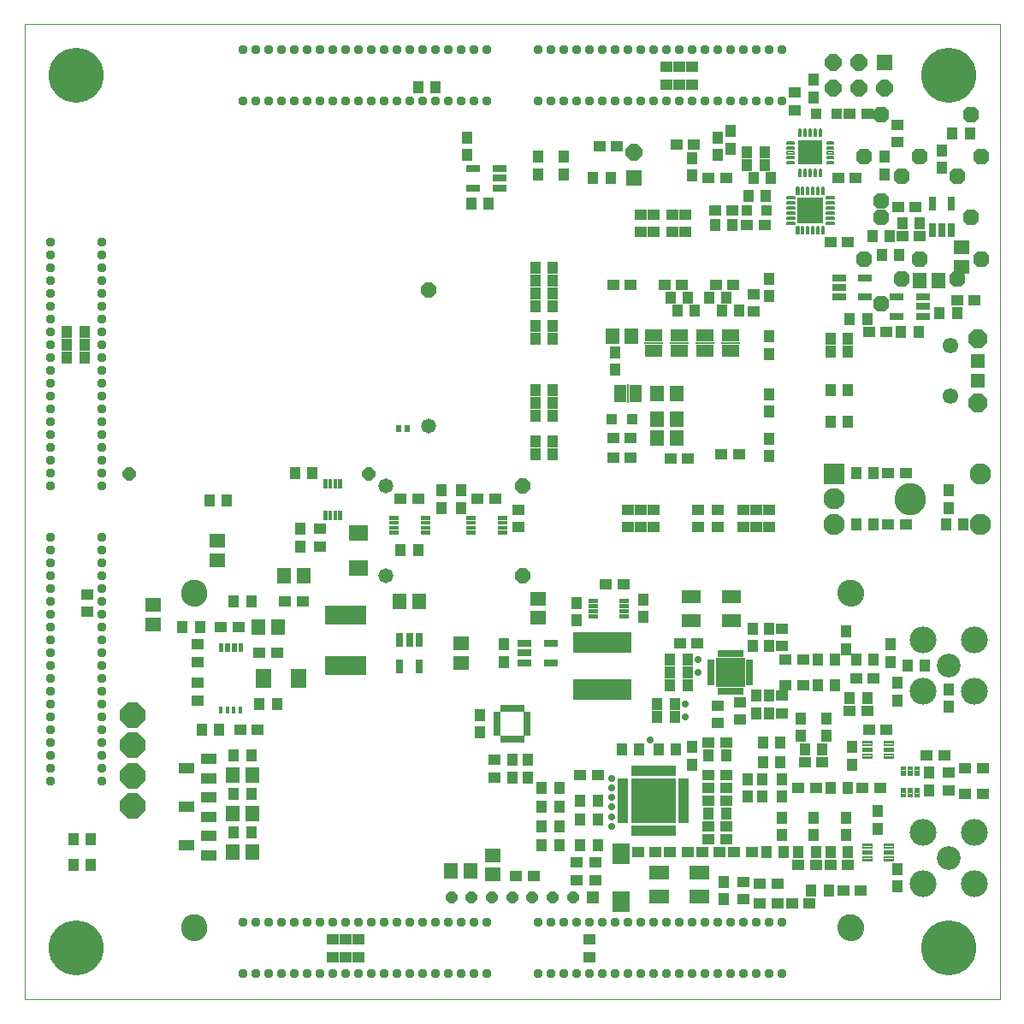
<source format=gbs>
G75*
%MOIN*%
%OFA0B0*%
%FSLAX25Y25*%
%IPPOS*%
%LPD*%
%AMOC8*
5,1,8,0,0,1.08239X$1,22.5*
%
%ADD10C,0.00000*%
%ADD11C,0.21400*%
%ADD12R,0.04337X0.04731*%
%ADD13R,0.04731X0.04337*%
%ADD14R,0.04337X0.04337*%
%ADD15R,0.05000X0.06700*%
%ADD16R,0.00600X0.07200*%
%ADD17OC8,0.03400*%
%ADD18R,0.05518X0.06306*%
%ADD19R,0.16148X0.07487*%
%ADD20R,0.06400X0.06400*%
%ADD21OC8,0.06400*%
%ADD22R,0.01975X0.02762*%
%ADD23C,0.05800*%
%ADD24OC8,0.05800*%
%ADD25R,0.06306X0.05518*%
%ADD26R,0.07487X0.05912*%
%ADD27C,0.00138*%
%ADD28R,0.05400X0.02600*%
%ADD29C,0.06109*%
%ADD30OC8,0.07487*%
%ADD31R,0.05420X0.05420*%
%ADD32R,0.22841X0.08274*%
%ADD33R,0.11227X0.11227*%
%ADD34R,0.02953X0.10039*%
%ADD35R,0.10039X0.02953*%
%ADD36R,0.05912X0.07487*%
%ADD37R,0.06700X0.05000*%
%ADD38R,0.07200X0.00600*%
%ADD39C,0.02762*%
%ADD40C,0.00256*%
%ADD41R,0.02600X0.05400*%
%ADD42C,0.00080*%
%ADD43R,0.01600X0.02800*%
%ADD44OC8,0.05124*%
%ADD45R,0.04534X0.04534*%
%ADD46OC8,0.04534*%
%ADD47OC8,0.09849*%
%ADD48C,0.10243*%
%ADD49OC8,0.06306*%
%ADD50C,0.00692*%
%ADD51R,0.10243X0.10243*%
%ADD52R,0.09258X0.09258*%
%ADD53C,0.09250*%
%ADD54C,0.10450*%
%ADD55R,0.08274X0.08274*%
%ADD56C,0.08274*%
%ADD57C,0.12211*%
%ADD58R,0.05912X0.04337*%
%ADD59R,0.02992X0.09449*%
%ADD60R,0.09449X0.02992*%
%ADD61R,0.17723X0.17723*%
%ADD62R,0.17717X0.04134*%
%ADD63R,0.04134X0.17717*%
%ADD64R,0.06699X0.08274*%
%ADD65C,0.00395*%
D10*
X0063933Y0036780D02*
X0063933Y0416780D01*
X0443933Y0416780D01*
X0443933Y0036780D01*
X0063933Y0036780D01*
X0125059Y0064851D02*
X0125061Y0064991D01*
X0125067Y0065131D01*
X0125077Y0065270D01*
X0125091Y0065409D01*
X0125109Y0065548D01*
X0125130Y0065686D01*
X0125156Y0065824D01*
X0125186Y0065961D01*
X0125219Y0066096D01*
X0125257Y0066231D01*
X0125298Y0066365D01*
X0125343Y0066498D01*
X0125391Y0066629D01*
X0125444Y0066758D01*
X0125500Y0066887D01*
X0125559Y0067013D01*
X0125623Y0067138D01*
X0125689Y0067261D01*
X0125760Y0067382D01*
X0125833Y0067501D01*
X0125910Y0067618D01*
X0125991Y0067732D01*
X0126074Y0067844D01*
X0126161Y0067954D01*
X0126251Y0068062D01*
X0126343Y0068166D01*
X0126439Y0068268D01*
X0126538Y0068368D01*
X0126639Y0068464D01*
X0126743Y0068558D01*
X0126850Y0068648D01*
X0126959Y0068735D01*
X0127071Y0068820D01*
X0127185Y0068901D01*
X0127301Y0068979D01*
X0127419Y0069053D01*
X0127540Y0069124D01*
X0127662Y0069192D01*
X0127787Y0069256D01*
X0127913Y0069317D01*
X0128040Y0069374D01*
X0128170Y0069427D01*
X0128301Y0069477D01*
X0128433Y0069522D01*
X0128566Y0069565D01*
X0128701Y0069603D01*
X0128836Y0069637D01*
X0128973Y0069668D01*
X0129110Y0069695D01*
X0129248Y0069717D01*
X0129387Y0069736D01*
X0129526Y0069751D01*
X0129665Y0069762D01*
X0129805Y0069769D01*
X0129945Y0069772D01*
X0130085Y0069771D01*
X0130225Y0069766D01*
X0130364Y0069757D01*
X0130504Y0069744D01*
X0130643Y0069727D01*
X0130781Y0069706D01*
X0130919Y0069682D01*
X0131056Y0069653D01*
X0131192Y0069621D01*
X0131327Y0069584D01*
X0131461Y0069544D01*
X0131594Y0069500D01*
X0131725Y0069452D01*
X0131855Y0069401D01*
X0131984Y0069346D01*
X0132111Y0069287D01*
X0132236Y0069224D01*
X0132359Y0069159D01*
X0132481Y0069089D01*
X0132600Y0069016D01*
X0132718Y0068940D01*
X0132833Y0068861D01*
X0132946Y0068778D01*
X0133056Y0068692D01*
X0133164Y0068603D01*
X0133269Y0068511D01*
X0133372Y0068416D01*
X0133472Y0068318D01*
X0133569Y0068218D01*
X0133663Y0068114D01*
X0133755Y0068008D01*
X0133843Y0067900D01*
X0133928Y0067789D01*
X0134010Y0067675D01*
X0134089Y0067559D01*
X0134164Y0067442D01*
X0134236Y0067322D01*
X0134304Y0067200D01*
X0134369Y0067076D01*
X0134431Y0066950D01*
X0134489Y0066823D01*
X0134543Y0066694D01*
X0134594Y0066563D01*
X0134640Y0066431D01*
X0134683Y0066298D01*
X0134723Y0066164D01*
X0134758Y0066029D01*
X0134790Y0065892D01*
X0134817Y0065755D01*
X0134841Y0065617D01*
X0134861Y0065479D01*
X0134877Y0065340D01*
X0134889Y0065200D01*
X0134897Y0065061D01*
X0134901Y0064921D01*
X0134901Y0064781D01*
X0134897Y0064641D01*
X0134889Y0064502D01*
X0134877Y0064362D01*
X0134861Y0064223D01*
X0134841Y0064085D01*
X0134817Y0063947D01*
X0134790Y0063810D01*
X0134758Y0063673D01*
X0134723Y0063538D01*
X0134683Y0063404D01*
X0134640Y0063271D01*
X0134594Y0063139D01*
X0134543Y0063008D01*
X0134489Y0062879D01*
X0134431Y0062752D01*
X0134369Y0062626D01*
X0134304Y0062502D01*
X0134236Y0062380D01*
X0134164Y0062260D01*
X0134089Y0062143D01*
X0134010Y0062027D01*
X0133928Y0061913D01*
X0133843Y0061802D01*
X0133755Y0061694D01*
X0133663Y0061588D01*
X0133569Y0061484D01*
X0133472Y0061384D01*
X0133372Y0061286D01*
X0133269Y0061191D01*
X0133164Y0061099D01*
X0133056Y0061010D01*
X0132946Y0060924D01*
X0132833Y0060841D01*
X0132718Y0060762D01*
X0132600Y0060686D01*
X0132481Y0060613D01*
X0132359Y0060543D01*
X0132236Y0060478D01*
X0132111Y0060415D01*
X0131984Y0060356D01*
X0131855Y0060301D01*
X0131725Y0060250D01*
X0131594Y0060202D01*
X0131461Y0060158D01*
X0131327Y0060118D01*
X0131192Y0060081D01*
X0131056Y0060049D01*
X0130919Y0060020D01*
X0130781Y0059996D01*
X0130643Y0059975D01*
X0130504Y0059958D01*
X0130364Y0059945D01*
X0130225Y0059936D01*
X0130085Y0059931D01*
X0129945Y0059930D01*
X0129805Y0059933D01*
X0129665Y0059940D01*
X0129526Y0059951D01*
X0129387Y0059966D01*
X0129248Y0059985D01*
X0129110Y0060007D01*
X0128973Y0060034D01*
X0128836Y0060065D01*
X0128701Y0060099D01*
X0128566Y0060137D01*
X0128433Y0060180D01*
X0128301Y0060225D01*
X0128170Y0060275D01*
X0128040Y0060328D01*
X0127913Y0060385D01*
X0127787Y0060446D01*
X0127662Y0060510D01*
X0127540Y0060578D01*
X0127419Y0060649D01*
X0127301Y0060723D01*
X0127185Y0060801D01*
X0127071Y0060882D01*
X0126959Y0060967D01*
X0126850Y0061054D01*
X0126743Y0061144D01*
X0126639Y0061238D01*
X0126538Y0061334D01*
X0126439Y0061434D01*
X0126343Y0061536D01*
X0126251Y0061640D01*
X0126161Y0061748D01*
X0126074Y0061858D01*
X0125991Y0061970D01*
X0125910Y0062084D01*
X0125833Y0062201D01*
X0125760Y0062320D01*
X0125689Y0062441D01*
X0125623Y0062564D01*
X0125559Y0062689D01*
X0125500Y0062815D01*
X0125444Y0062944D01*
X0125391Y0063073D01*
X0125343Y0063204D01*
X0125298Y0063337D01*
X0125257Y0063471D01*
X0125219Y0063606D01*
X0125186Y0063741D01*
X0125156Y0063878D01*
X0125130Y0064016D01*
X0125109Y0064154D01*
X0125091Y0064293D01*
X0125077Y0064432D01*
X0125067Y0064571D01*
X0125061Y0064711D01*
X0125059Y0064851D01*
X0125059Y0195166D02*
X0125061Y0195306D01*
X0125067Y0195446D01*
X0125077Y0195585D01*
X0125091Y0195724D01*
X0125109Y0195863D01*
X0125130Y0196001D01*
X0125156Y0196139D01*
X0125186Y0196276D01*
X0125219Y0196411D01*
X0125257Y0196546D01*
X0125298Y0196680D01*
X0125343Y0196813D01*
X0125391Y0196944D01*
X0125444Y0197073D01*
X0125500Y0197202D01*
X0125559Y0197328D01*
X0125623Y0197453D01*
X0125689Y0197576D01*
X0125760Y0197697D01*
X0125833Y0197816D01*
X0125910Y0197933D01*
X0125991Y0198047D01*
X0126074Y0198159D01*
X0126161Y0198269D01*
X0126251Y0198377D01*
X0126343Y0198481D01*
X0126439Y0198583D01*
X0126538Y0198683D01*
X0126639Y0198779D01*
X0126743Y0198873D01*
X0126850Y0198963D01*
X0126959Y0199050D01*
X0127071Y0199135D01*
X0127185Y0199216D01*
X0127301Y0199294D01*
X0127419Y0199368D01*
X0127540Y0199439D01*
X0127662Y0199507D01*
X0127787Y0199571D01*
X0127913Y0199632D01*
X0128040Y0199689D01*
X0128170Y0199742D01*
X0128301Y0199792D01*
X0128433Y0199837D01*
X0128566Y0199880D01*
X0128701Y0199918D01*
X0128836Y0199952D01*
X0128973Y0199983D01*
X0129110Y0200010D01*
X0129248Y0200032D01*
X0129387Y0200051D01*
X0129526Y0200066D01*
X0129665Y0200077D01*
X0129805Y0200084D01*
X0129945Y0200087D01*
X0130085Y0200086D01*
X0130225Y0200081D01*
X0130364Y0200072D01*
X0130504Y0200059D01*
X0130643Y0200042D01*
X0130781Y0200021D01*
X0130919Y0199997D01*
X0131056Y0199968D01*
X0131192Y0199936D01*
X0131327Y0199899D01*
X0131461Y0199859D01*
X0131594Y0199815D01*
X0131725Y0199767D01*
X0131855Y0199716D01*
X0131984Y0199661D01*
X0132111Y0199602D01*
X0132236Y0199539D01*
X0132359Y0199474D01*
X0132481Y0199404D01*
X0132600Y0199331D01*
X0132718Y0199255D01*
X0132833Y0199176D01*
X0132946Y0199093D01*
X0133056Y0199007D01*
X0133164Y0198918D01*
X0133269Y0198826D01*
X0133372Y0198731D01*
X0133472Y0198633D01*
X0133569Y0198533D01*
X0133663Y0198429D01*
X0133755Y0198323D01*
X0133843Y0198215D01*
X0133928Y0198104D01*
X0134010Y0197990D01*
X0134089Y0197874D01*
X0134164Y0197757D01*
X0134236Y0197637D01*
X0134304Y0197515D01*
X0134369Y0197391D01*
X0134431Y0197265D01*
X0134489Y0197138D01*
X0134543Y0197009D01*
X0134594Y0196878D01*
X0134640Y0196746D01*
X0134683Y0196613D01*
X0134723Y0196479D01*
X0134758Y0196344D01*
X0134790Y0196207D01*
X0134817Y0196070D01*
X0134841Y0195932D01*
X0134861Y0195794D01*
X0134877Y0195655D01*
X0134889Y0195515D01*
X0134897Y0195376D01*
X0134901Y0195236D01*
X0134901Y0195096D01*
X0134897Y0194956D01*
X0134889Y0194817D01*
X0134877Y0194677D01*
X0134861Y0194538D01*
X0134841Y0194400D01*
X0134817Y0194262D01*
X0134790Y0194125D01*
X0134758Y0193988D01*
X0134723Y0193853D01*
X0134683Y0193719D01*
X0134640Y0193586D01*
X0134594Y0193454D01*
X0134543Y0193323D01*
X0134489Y0193194D01*
X0134431Y0193067D01*
X0134369Y0192941D01*
X0134304Y0192817D01*
X0134236Y0192695D01*
X0134164Y0192575D01*
X0134089Y0192458D01*
X0134010Y0192342D01*
X0133928Y0192228D01*
X0133843Y0192117D01*
X0133755Y0192009D01*
X0133663Y0191903D01*
X0133569Y0191799D01*
X0133472Y0191699D01*
X0133372Y0191601D01*
X0133269Y0191506D01*
X0133164Y0191414D01*
X0133056Y0191325D01*
X0132946Y0191239D01*
X0132833Y0191156D01*
X0132718Y0191077D01*
X0132600Y0191001D01*
X0132481Y0190928D01*
X0132359Y0190858D01*
X0132236Y0190793D01*
X0132111Y0190730D01*
X0131984Y0190671D01*
X0131855Y0190616D01*
X0131725Y0190565D01*
X0131594Y0190517D01*
X0131461Y0190473D01*
X0131327Y0190433D01*
X0131192Y0190396D01*
X0131056Y0190364D01*
X0130919Y0190335D01*
X0130781Y0190311D01*
X0130643Y0190290D01*
X0130504Y0190273D01*
X0130364Y0190260D01*
X0130225Y0190251D01*
X0130085Y0190246D01*
X0129945Y0190245D01*
X0129805Y0190248D01*
X0129665Y0190255D01*
X0129526Y0190266D01*
X0129387Y0190281D01*
X0129248Y0190300D01*
X0129110Y0190322D01*
X0128973Y0190349D01*
X0128836Y0190380D01*
X0128701Y0190414D01*
X0128566Y0190452D01*
X0128433Y0190495D01*
X0128301Y0190540D01*
X0128170Y0190590D01*
X0128040Y0190643D01*
X0127913Y0190700D01*
X0127787Y0190761D01*
X0127662Y0190825D01*
X0127540Y0190893D01*
X0127419Y0190964D01*
X0127301Y0191038D01*
X0127185Y0191116D01*
X0127071Y0191197D01*
X0126959Y0191282D01*
X0126850Y0191369D01*
X0126743Y0191459D01*
X0126639Y0191553D01*
X0126538Y0191649D01*
X0126439Y0191749D01*
X0126343Y0191851D01*
X0126251Y0191955D01*
X0126161Y0192063D01*
X0126074Y0192173D01*
X0125991Y0192285D01*
X0125910Y0192399D01*
X0125833Y0192516D01*
X0125760Y0192635D01*
X0125689Y0192756D01*
X0125623Y0192879D01*
X0125559Y0193004D01*
X0125500Y0193130D01*
X0125444Y0193259D01*
X0125391Y0193388D01*
X0125343Y0193519D01*
X0125298Y0193652D01*
X0125257Y0193786D01*
X0125219Y0193921D01*
X0125186Y0194056D01*
X0125156Y0194193D01*
X0125130Y0194331D01*
X0125109Y0194469D01*
X0125091Y0194608D01*
X0125077Y0194747D01*
X0125067Y0194886D01*
X0125061Y0195026D01*
X0125059Y0195166D01*
X0380965Y0195166D02*
X0380967Y0195306D01*
X0380973Y0195446D01*
X0380983Y0195585D01*
X0380997Y0195724D01*
X0381015Y0195863D01*
X0381036Y0196001D01*
X0381062Y0196139D01*
X0381092Y0196276D01*
X0381125Y0196411D01*
X0381163Y0196546D01*
X0381204Y0196680D01*
X0381249Y0196813D01*
X0381297Y0196944D01*
X0381350Y0197073D01*
X0381406Y0197202D01*
X0381465Y0197328D01*
X0381529Y0197453D01*
X0381595Y0197576D01*
X0381666Y0197697D01*
X0381739Y0197816D01*
X0381816Y0197933D01*
X0381897Y0198047D01*
X0381980Y0198159D01*
X0382067Y0198269D01*
X0382157Y0198377D01*
X0382249Y0198481D01*
X0382345Y0198583D01*
X0382444Y0198683D01*
X0382545Y0198779D01*
X0382649Y0198873D01*
X0382756Y0198963D01*
X0382865Y0199050D01*
X0382977Y0199135D01*
X0383091Y0199216D01*
X0383207Y0199294D01*
X0383325Y0199368D01*
X0383446Y0199439D01*
X0383568Y0199507D01*
X0383693Y0199571D01*
X0383819Y0199632D01*
X0383946Y0199689D01*
X0384076Y0199742D01*
X0384207Y0199792D01*
X0384339Y0199837D01*
X0384472Y0199880D01*
X0384607Y0199918D01*
X0384742Y0199952D01*
X0384879Y0199983D01*
X0385016Y0200010D01*
X0385154Y0200032D01*
X0385293Y0200051D01*
X0385432Y0200066D01*
X0385571Y0200077D01*
X0385711Y0200084D01*
X0385851Y0200087D01*
X0385991Y0200086D01*
X0386131Y0200081D01*
X0386270Y0200072D01*
X0386410Y0200059D01*
X0386549Y0200042D01*
X0386687Y0200021D01*
X0386825Y0199997D01*
X0386962Y0199968D01*
X0387098Y0199936D01*
X0387233Y0199899D01*
X0387367Y0199859D01*
X0387500Y0199815D01*
X0387631Y0199767D01*
X0387761Y0199716D01*
X0387890Y0199661D01*
X0388017Y0199602D01*
X0388142Y0199539D01*
X0388265Y0199474D01*
X0388387Y0199404D01*
X0388506Y0199331D01*
X0388624Y0199255D01*
X0388739Y0199176D01*
X0388852Y0199093D01*
X0388962Y0199007D01*
X0389070Y0198918D01*
X0389175Y0198826D01*
X0389278Y0198731D01*
X0389378Y0198633D01*
X0389475Y0198533D01*
X0389569Y0198429D01*
X0389661Y0198323D01*
X0389749Y0198215D01*
X0389834Y0198104D01*
X0389916Y0197990D01*
X0389995Y0197874D01*
X0390070Y0197757D01*
X0390142Y0197637D01*
X0390210Y0197515D01*
X0390275Y0197391D01*
X0390337Y0197265D01*
X0390395Y0197138D01*
X0390449Y0197009D01*
X0390500Y0196878D01*
X0390546Y0196746D01*
X0390589Y0196613D01*
X0390629Y0196479D01*
X0390664Y0196344D01*
X0390696Y0196207D01*
X0390723Y0196070D01*
X0390747Y0195932D01*
X0390767Y0195794D01*
X0390783Y0195655D01*
X0390795Y0195515D01*
X0390803Y0195376D01*
X0390807Y0195236D01*
X0390807Y0195096D01*
X0390803Y0194956D01*
X0390795Y0194817D01*
X0390783Y0194677D01*
X0390767Y0194538D01*
X0390747Y0194400D01*
X0390723Y0194262D01*
X0390696Y0194125D01*
X0390664Y0193988D01*
X0390629Y0193853D01*
X0390589Y0193719D01*
X0390546Y0193586D01*
X0390500Y0193454D01*
X0390449Y0193323D01*
X0390395Y0193194D01*
X0390337Y0193067D01*
X0390275Y0192941D01*
X0390210Y0192817D01*
X0390142Y0192695D01*
X0390070Y0192575D01*
X0389995Y0192458D01*
X0389916Y0192342D01*
X0389834Y0192228D01*
X0389749Y0192117D01*
X0389661Y0192009D01*
X0389569Y0191903D01*
X0389475Y0191799D01*
X0389378Y0191699D01*
X0389278Y0191601D01*
X0389175Y0191506D01*
X0389070Y0191414D01*
X0388962Y0191325D01*
X0388852Y0191239D01*
X0388739Y0191156D01*
X0388624Y0191077D01*
X0388506Y0191001D01*
X0388387Y0190928D01*
X0388265Y0190858D01*
X0388142Y0190793D01*
X0388017Y0190730D01*
X0387890Y0190671D01*
X0387761Y0190616D01*
X0387631Y0190565D01*
X0387500Y0190517D01*
X0387367Y0190473D01*
X0387233Y0190433D01*
X0387098Y0190396D01*
X0386962Y0190364D01*
X0386825Y0190335D01*
X0386687Y0190311D01*
X0386549Y0190290D01*
X0386410Y0190273D01*
X0386270Y0190260D01*
X0386131Y0190251D01*
X0385991Y0190246D01*
X0385851Y0190245D01*
X0385711Y0190248D01*
X0385571Y0190255D01*
X0385432Y0190266D01*
X0385293Y0190281D01*
X0385154Y0190300D01*
X0385016Y0190322D01*
X0384879Y0190349D01*
X0384742Y0190380D01*
X0384607Y0190414D01*
X0384472Y0190452D01*
X0384339Y0190495D01*
X0384207Y0190540D01*
X0384076Y0190590D01*
X0383946Y0190643D01*
X0383819Y0190700D01*
X0383693Y0190761D01*
X0383568Y0190825D01*
X0383446Y0190893D01*
X0383325Y0190964D01*
X0383207Y0191038D01*
X0383091Y0191116D01*
X0382977Y0191197D01*
X0382865Y0191282D01*
X0382756Y0191369D01*
X0382649Y0191459D01*
X0382545Y0191553D01*
X0382444Y0191649D01*
X0382345Y0191749D01*
X0382249Y0191851D01*
X0382157Y0191955D01*
X0382067Y0192063D01*
X0381980Y0192173D01*
X0381897Y0192285D01*
X0381816Y0192399D01*
X0381739Y0192516D01*
X0381666Y0192635D01*
X0381595Y0192756D01*
X0381529Y0192879D01*
X0381465Y0193004D01*
X0381406Y0193130D01*
X0381350Y0193259D01*
X0381297Y0193388D01*
X0381249Y0193519D01*
X0381204Y0193652D01*
X0381163Y0193786D01*
X0381125Y0193921D01*
X0381092Y0194056D01*
X0381062Y0194193D01*
X0381036Y0194331D01*
X0381015Y0194469D01*
X0380997Y0194608D01*
X0380983Y0194747D01*
X0380973Y0194886D01*
X0380967Y0195026D01*
X0380965Y0195166D01*
X0403027Y0231780D02*
X0403029Y0231933D01*
X0403035Y0232087D01*
X0403045Y0232240D01*
X0403059Y0232392D01*
X0403077Y0232545D01*
X0403099Y0232696D01*
X0403124Y0232847D01*
X0403154Y0232998D01*
X0403188Y0233148D01*
X0403225Y0233296D01*
X0403266Y0233444D01*
X0403311Y0233590D01*
X0403360Y0233736D01*
X0403413Y0233880D01*
X0403469Y0234022D01*
X0403529Y0234163D01*
X0403593Y0234303D01*
X0403660Y0234441D01*
X0403731Y0234577D01*
X0403806Y0234711D01*
X0403883Y0234843D01*
X0403965Y0234973D01*
X0404049Y0235101D01*
X0404137Y0235227D01*
X0404228Y0235350D01*
X0404322Y0235471D01*
X0404420Y0235589D01*
X0404520Y0235705D01*
X0404624Y0235818D01*
X0404730Y0235929D01*
X0404839Y0236037D01*
X0404951Y0236142D01*
X0405065Y0236243D01*
X0405183Y0236342D01*
X0405302Y0236438D01*
X0405424Y0236531D01*
X0405549Y0236620D01*
X0405676Y0236707D01*
X0405805Y0236789D01*
X0405936Y0236869D01*
X0406069Y0236945D01*
X0406204Y0237018D01*
X0406341Y0237087D01*
X0406480Y0237152D01*
X0406620Y0237214D01*
X0406762Y0237272D01*
X0406905Y0237327D01*
X0407050Y0237378D01*
X0407196Y0237425D01*
X0407343Y0237468D01*
X0407491Y0237507D01*
X0407640Y0237543D01*
X0407790Y0237574D01*
X0407941Y0237602D01*
X0408092Y0237626D01*
X0408245Y0237646D01*
X0408397Y0237662D01*
X0408550Y0237674D01*
X0408703Y0237682D01*
X0408856Y0237686D01*
X0409010Y0237686D01*
X0409163Y0237682D01*
X0409316Y0237674D01*
X0409469Y0237662D01*
X0409621Y0237646D01*
X0409774Y0237626D01*
X0409925Y0237602D01*
X0410076Y0237574D01*
X0410226Y0237543D01*
X0410375Y0237507D01*
X0410523Y0237468D01*
X0410670Y0237425D01*
X0410816Y0237378D01*
X0410961Y0237327D01*
X0411104Y0237272D01*
X0411246Y0237214D01*
X0411386Y0237152D01*
X0411525Y0237087D01*
X0411662Y0237018D01*
X0411797Y0236945D01*
X0411930Y0236869D01*
X0412061Y0236789D01*
X0412190Y0236707D01*
X0412317Y0236620D01*
X0412442Y0236531D01*
X0412564Y0236438D01*
X0412683Y0236342D01*
X0412801Y0236243D01*
X0412915Y0236142D01*
X0413027Y0236037D01*
X0413136Y0235929D01*
X0413242Y0235818D01*
X0413346Y0235705D01*
X0413446Y0235589D01*
X0413544Y0235471D01*
X0413638Y0235350D01*
X0413729Y0235227D01*
X0413817Y0235101D01*
X0413901Y0234973D01*
X0413983Y0234843D01*
X0414060Y0234711D01*
X0414135Y0234577D01*
X0414206Y0234441D01*
X0414273Y0234303D01*
X0414337Y0234163D01*
X0414397Y0234022D01*
X0414453Y0233880D01*
X0414506Y0233736D01*
X0414555Y0233590D01*
X0414600Y0233444D01*
X0414641Y0233296D01*
X0414678Y0233148D01*
X0414712Y0232998D01*
X0414742Y0232847D01*
X0414767Y0232696D01*
X0414789Y0232545D01*
X0414807Y0232392D01*
X0414821Y0232240D01*
X0414831Y0232087D01*
X0414837Y0231933D01*
X0414839Y0231780D01*
X0414837Y0231627D01*
X0414831Y0231473D01*
X0414821Y0231320D01*
X0414807Y0231168D01*
X0414789Y0231015D01*
X0414767Y0230864D01*
X0414742Y0230713D01*
X0414712Y0230562D01*
X0414678Y0230412D01*
X0414641Y0230264D01*
X0414600Y0230116D01*
X0414555Y0229970D01*
X0414506Y0229824D01*
X0414453Y0229680D01*
X0414397Y0229538D01*
X0414337Y0229397D01*
X0414273Y0229257D01*
X0414206Y0229119D01*
X0414135Y0228983D01*
X0414060Y0228849D01*
X0413983Y0228717D01*
X0413901Y0228587D01*
X0413817Y0228459D01*
X0413729Y0228333D01*
X0413638Y0228210D01*
X0413544Y0228089D01*
X0413446Y0227971D01*
X0413346Y0227855D01*
X0413242Y0227742D01*
X0413136Y0227631D01*
X0413027Y0227523D01*
X0412915Y0227418D01*
X0412801Y0227317D01*
X0412683Y0227218D01*
X0412564Y0227122D01*
X0412442Y0227029D01*
X0412317Y0226940D01*
X0412190Y0226853D01*
X0412061Y0226771D01*
X0411930Y0226691D01*
X0411797Y0226615D01*
X0411662Y0226542D01*
X0411525Y0226473D01*
X0411386Y0226408D01*
X0411246Y0226346D01*
X0411104Y0226288D01*
X0410961Y0226233D01*
X0410816Y0226182D01*
X0410670Y0226135D01*
X0410523Y0226092D01*
X0410375Y0226053D01*
X0410226Y0226017D01*
X0410076Y0225986D01*
X0409925Y0225958D01*
X0409774Y0225934D01*
X0409621Y0225914D01*
X0409469Y0225898D01*
X0409316Y0225886D01*
X0409163Y0225878D01*
X0409010Y0225874D01*
X0408856Y0225874D01*
X0408703Y0225878D01*
X0408550Y0225886D01*
X0408397Y0225898D01*
X0408245Y0225914D01*
X0408092Y0225934D01*
X0407941Y0225958D01*
X0407790Y0225986D01*
X0407640Y0226017D01*
X0407491Y0226053D01*
X0407343Y0226092D01*
X0407196Y0226135D01*
X0407050Y0226182D01*
X0406905Y0226233D01*
X0406762Y0226288D01*
X0406620Y0226346D01*
X0406480Y0226408D01*
X0406341Y0226473D01*
X0406204Y0226542D01*
X0406069Y0226615D01*
X0405936Y0226691D01*
X0405805Y0226771D01*
X0405676Y0226853D01*
X0405549Y0226940D01*
X0405424Y0227029D01*
X0405302Y0227122D01*
X0405183Y0227218D01*
X0405065Y0227317D01*
X0404951Y0227418D01*
X0404839Y0227523D01*
X0404730Y0227631D01*
X0404624Y0227742D01*
X0404520Y0227855D01*
X0404420Y0227971D01*
X0404322Y0228089D01*
X0404228Y0228210D01*
X0404137Y0228333D01*
X0404049Y0228459D01*
X0403965Y0228587D01*
X0403883Y0228717D01*
X0403806Y0228849D01*
X0403731Y0228983D01*
X0403660Y0229119D01*
X0403593Y0229257D01*
X0403529Y0229397D01*
X0403469Y0229538D01*
X0403413Y0229680D01*
X0403360Y0229824D01*
X0403311Y0229970D01*
X0403266Y0230116D01*
X0403225Y0230264D01*
X0403188Y0230412D01*
X0403154Y0230562D01*
X0403124Y0230713D01*
X0403099Y0230864D01*
X0403077Y0231015D01*
X0403059Y0231168D01*
X0403045Y0231320D01*
X0403035Y0231473D01*
X0403029Y0231627D01*
X0403027Y0231780D01*
X0380965Y0064851D02*
X0380967Y0064991D01*
X0380973Y0065131D01*
X0380983Y0065270D01*
X0380997Y0065409D01*
X0381015Y0065548D01*
X0381036Y0065686D01*
X0381062Y0065824D01*
X0381092Y0065961D01*
X0381125Y0066096D01*
X0381163Y0066231D01*
X0381204Y0066365D01*
X0381249Y0066498D01*
X0381297Y0066629D01*
X0381350Y0066758D01*
X0381406Y0066887D01*
X0381465Y0067013D01*
X0381529Y0067138D01*
X0381595Y0067261D01*
X0381666Y0067382D01*
X0381739Y0067501D01*
X0381816Y0067618D01*
X0381897Y0067732D01*
X0381980Y0067844D01*
X0382067Y0067954D01*
X0382157Y0068062D01*
X0382249Y0068166D01*
X0382345Y0068268D01*
X0382444Y0068368D01*
X0382545Y0068464D01*
X0382649Y0068558D01*
X0382756Y0068648D01*
X0382865Y0068735D01*
X0382977Y0068820D01*
X0383091Y0068901D01*
X0383207Y0068979D01*
X0383325Y0069053D01*
X0383446Y0069124D01*
X0383568Y0069192D01*
X0383693Y0069256D01*
X0383819Y0069317D01*
X0383946Y0069374D01*
X0384076Y0069427D01*
X0384207Y0069477D01*
X0384339Y0069522D01*
X0384472Y0069565D01*
X0384607Y0069603D01*
X0384742Y0069637D01*
X0384879Y0069668D01*
X0385016Y0069695D01*
X0385154Y0069717D01*
X0385293Y0069736D01*
X0385432Y0069751D01*
X0385571Y0069762D01*
X0385711Y0069769D01*
X0385851Y0069772D01*
X0385991Y0069771D01*
X0386131Y0069766D01*
X0386270Y0069757D01*
X0386410Y0069744D01*
X0386549Y0069727D01*
X0386687Y0069706D01*
X0386825Y0069682D01*
X0386962Y0069653D01*
X0387098Y0069621D01*
X0387233Y0069584D01*
X0387367Y0069544D01*
X0387500Y0069500D01*
X0387631Y0069452D01*
X0387761Y0069401D01*
X0387890Y0069346D01*
X0388017Y0069287D01*
X0388142Y0069224D01*
X0388265Y0069159D01*
X0388387Y0069089D01*
X0388506Y0069016D01*
X0388624Y0068940D01*
X0388739Y0068861D01*
X0388852Y0068778D01*
X0388962Y0068692D01*
X0389070Y0068603D01*
X0389175Y0068511D01*
X0389278Y0068416D01*
X0389378Y0068318D01*
X0389475Y0068218D01*
X0389569Y0068114D01*
X0389661Y0068008D01*
X0389749Y0067900D01*
X0389834Y0067789D01*
X0389916Y0067675D01*
X0389995Y0067559D01*
X0390070Y0067442D01*
X0390142Y0067322D01*
X0390210Y0067200D01*
X0390275Y0067076D01*
X0390337Y0066950D01*
X0390395Y0066823D01*
X0390449Y0066694D01*
X0390500Y0066563D01*
X0390546Y0066431D01*
X0390589Y0066298D01*
X0390629Y0066164D01*
X0390664Y0066029D01*
X0390696Y0065892D01*
X0390723Y0065755D01*
X0390747Y0065617D01*
X0390767Y0065479D01*
X0390783Y0065340D01*
X0390795Y0065200D01*
X0390803Y0065061D01*
X0390807Y0064921D01*
X0390807Y0064781D01*
X0390803Y0064641D01*
X0390795Y0064502D01*
X0390783Y0064362D01*
X0390767Y0064223D01*
X0390747Y0064085D01*
X0390723Y0063947D01*
X0390696Y0063810D01*
X0390664Y0063673D01*
X0390629Y0063538D01*
X0390589Y0063404D01*
X0390546Y0063271D01*
X0390500Y0063139D01*
X0390449Y0063008D01*
X0390395Y0062879D01*
X0390337Y0062752D01*
X0390275Y0062626D01*
X0390210Y0062502D01*
X0390142Y0062380D01*
X0390070Y0062260D01*
X0389995Y0062143D01*
X0389916Y0062027D01*
X0389834Y0061913D01*
X0389749Y0061802D01*
X0389661Y0061694D01*
X0389569Y0061588D01*
X0389475Y0061484D01*
X0389378Y0061384D01*
X0389278Y0061286D01*
X0389175Y0061191D01*
X0389070Y0061099D01*
X0388962Y0061010D01*
X0388852Y0060924D01*
X0388739Y0060841D01*
X0388624Y0060762D01*
X0388506Y0060686D01*
X0388387Y0060613D01*
X0388265Y0060543D01*
X0388142Y0060478D01*
X0388017Y0060415D01*
X0387890Y0060356D01*
X0387761Y0060301D01*
X0387631Y0060250D01*
X0387500Y0060202D01*
X0387367Y0060158D01*
X0387233Y0060118D01*
X0387098Y0060081D01*
X0386962Y0060049D01*
X0386825Y0060020D01*
X0386687Y0059996D01*
X0386549Y0059975D01*
X0386410Y0059958D01*
X0386270Y0059945D01*
X0386131Y0059936D01*
X0385991Y0059931D01*
X0385851Y0059930D01*
X0385711Y0059933D01*
X0385571Y0059940D01*
X0385432Y0059951D01*
X0385293Y0059966D01*
X0385154Y0059985D01*
X0385016Y0060007D01*
X0384879Y0060034D01*
X0384742Y0060065D01*
X0384607Y0060099D01*
X0384472Y0060137D01*
X0384339Y0060180D01*
X0384207Y0060225D01*
X0384076Y0060275D01*
X0383946Y0060328D01*
X0383819Y0060385D01*
X0383693Y0060446D01*
X0383568Y0060510D01*
X0383446Y0060578D01*
X0383325Y0060649D01*
X0383207Y0060723D01*
X0383091Y0060801D01*
X0382977Y0060882D01*
X0382865Y0060967D01*
X0382756Y0061054D01*
X0382649Y0061144D01*
X0382545Y0061238D01*
X0382444Y0061334D01*
X0382345Y0061434D01*
X0382249Y0061536D01*
X0382157Y0061640D01*
X0382067Y0061748D01*
X0381980Y0061858D01*
X0381897Y0061970D01*
X0381816Y0062084D01*
X0381739Y0062201D01*
X0381666Y0062320D01*
X0381595Y0062441D01*
X0381529Y0062564D01*
X0381465Y0062689D01*
X0381406Y0062815D01*
X0381350Y0062944D01*
X0381297Y0063073D01*
X0381249Y0063204D01*
X0381204Y0063337D01*
X0381163Y0063471D01*
X0381125Y0063606D01*
X0381092Y0063741D01*
X0381062Y0063878D01*
X0381036Y0064016D01*
X0381015Y0064154D01*
X0380997Y0064293D01*
X0380983Y0064432D01*
X0380973Y0064571D01*
X0380967Y0064711D01*
X0380965Y0064851D01*
D11*
X0423933Y0056780D03*
X0423933Y0396780D03*
X0083933Y0396780D03*
X0083933Y0056780D03*
D12*
X0083087Y0089280D03*
X0089780Y0089280D03*
X0089780Y0099280D03*
X0083087Y0099280D03*
X0133087Y0141780D03*
X0139780Y0141780D03*
X0145587Y0131780D03*
X0152280Y0131780D03*
X0152280Y0116780D03*
X0145587Y0116780D03*
X0145587Y0101780D03*
X0152280Y0101780D03*
X0155587Y0151780D03*
X0162280Y0151780D03*
X0132280Y0181780D03*
X0125587Y0181780D03*
X0145587Y0191780D03*
X0152280Y0191780D03*
X0171433Y0213433D03*
X0171433Y0220126D03*
X0169337Y0242092D03*
X0176030Y0242092D03*
X0142905Y0231155D03*
X0136212Y0231155D03*
X0087280Y0286780D03*
X0087280Y0291780D03*
X0087280Y0296780D03*
X0080587Y0296780D03*
X0080587Y0291780D03*
X0080587Y0286780D03*
X0210587Y0211780D03*
X0217280Y0211780D03*
X0226433Y0228433D03*
X0226433Y0235126D03*
X0233933Y0235126D03*
X0233933Y0228433D03*
X0263087Y0249280D03*
X0263087Y0254280D03*
X0269780Y0254280D03*
X0269780Y0249280D03*
X0269780Y0264280D03*
X0269780Y0269280D03*
X0269780Y0274280D03*
X0263087Y0274280D03*
X0263087Y0269280D03*
X0263087Y0264280D03*
X0263087Y0294280D03*
X0263087Y0299280D03*
X0263087Y0306780D03*
X0263087Y0311780D03*
X0263087Y0316780D03*
X0263087Y0321780D03*
X0269780Y0321780D03*
X0269780Y0316780D03*
X0269780Y0311780D03*
X0269780Y0306780D03*
X0269780Y0299280D03*
X0269780Y0294280D03*
X0294246Y0288876D03*
X0294246Y0282183D03*
X0318399Y0305217D03*
X0315899Y0310217D03*
X0322592Y0310217D03*
X0325092Y0305217D03*
X0330899Y0310217D03*
X0337592Y0310217D03*
X0335899Y0305217D03*
X0342592Y0305217D03*
X0353933Y0310933D03*
X0353933Y0317626D03*
X0339780Y0338655D03*
X0333087Y0338655D03*
X0346212Y0349905D03*
X0352905Y0349905D03*
X0354780Y0356780D03*
X0352280Y0361780D03*
X0352280Y0366780D03*
X0345587Y0366780D03*
X0345587Y0361780D03*
X0348087Y0356780D03*
X0338933Y0368433D03*
X0333933Y0365933D03*
X0333933Y0372626D03*
X0338933Y0375126D03*
X0323933Y0364501D03*
X0323933Y0357808D03*
X0292280Y0356780D03*
X0285587Y0356780D03*
X0273933Y0358433D03*
X0273933Y0365126D03*
X0263933Y0365126D03*
X0263933Y0358433D03*
X0244780Y0346780D03*
X0238087Y0346780D03*
X0236433Y0365933D03*
X0236433Y0372626D03*
X0224155Y0392405D03*
X0217462Y0392405D03*
X0353933Y0295126D03*
X0353933Y0288433D03*
X0353933Y0272626D03*
X0353933Y0265933D03*
X0353933Y0255439D03*
X0353933Y0248746D03*
X0378087Y0261780D03*
X0384780Y0261780D03*
X0384780Y0274280D03*
X0378087Y0274280D03*
X0378087Y0289280D03*
X0378087Y0294280D03*
X0384780Y0294280D03*
X0384780Y0289280D03*
X0385587Y0301780D03*
X0392280Y0301780D03*
X0405587Y0296780D03*
X0412280Y0296780D03*
X0420587Y0304280D03*
X0427280Y0304280D03*
X0404780Y0326780D03*
X0398087Y0326780D03*
X0401030Y0334280D03*
X0406212Y0339280D03*
X0412905Y0339280D03*
X0394337Y0334280D03*
X0398933Y0358433D03*
X0398933Y0365126D03*
X0421433Y0367626D03*
X0421433Y0360933D03*
X0425587Y0374280D03*
X0432280Y0374280D03*
X0371433Y0388433D03*
X0371433Y0395126D03*
X0388087Y0241780D03*
X0394780Y0241780D03*
X0394780Y0221780D03*
X0388087Y0221780D03*
X0423087Y0221780D03*
X0429780Y0221780D03*
X0423933Y0228433D03*
X0423933Y0235126D03*
X0383933Y0180126D03*
X0383933Y0173433D03*
X0379780Y0169280D03*
X0373087Y0169280D03*
X0373087Y0159280D03*
X0379780Y0159280D03*
X0385587Y0154280D03*
X0392280Y0154280D03*
X0403933Y0153433D03*
X0403933Y0160126D03*
X0408087Y0166780D03*
X0401433Y0168433D03*
X0401433Y0175126D03*
X0394780Y0169280D03*
X0388087Y0169280D03*
X0376433Y0146376D03*
X0376433Y0139683D03*
X0374780Y0134280D03*
X0368087Y0134280D03*
X0366433Y0139683D03*
X0358530Y0136780D03*
X0351837Y0136780D03*
X0351837Y0129280D03*
X0351433Y0122626D03*
X0345808Y0122626D03*
X0345808Y0115933D03*
X0351433Y0115933D03*
X0358933Y0115933D03*
X0358933Y0107626D03*
X0358933Y0100933D03*
X0359780Y0094280D03*
X0365587Y0094280D03*
X0371433Y0100933D03*
X0372280Y0094280D03*
X0378087Y0094280D03*
X0384780Y0094280D03*
X0383933Y0100933D03*
X0383933Y0107626D03*
X0384780Y0119280D03*
X0378087Y0119280D03*
X0386433Y0128433D03*
X0386433Y0135126D03*
X0366433Y0146376D03*
X0353933Y0148433D03*
X0348933Y0148433D03*
X0348933Y0155126D03*
X0353933Y0155126D03*
X0353933Y0174683D03*
X0353933Y0181376D03*
X0347683Y0181376D03*
X0347683Y0174683D03*
X0322280Y0169280D03*
X0322280Y0164280D03*
X0322280Y0159280D03*
X0315587Y0159280D03*
X0315587Y0164280D03*
X0315587Y0169280D03*
X0305183Y0185933D03*
X0305183Y0192626D03*
X0278933Y0191376D03*
X0278933Y0184683D03*
X0250808Y0175126D03*
X0250808Y0168433D03*
X0241433Y0147626D03*
X0241433Y0140933D03*
X0253933Y0130126D03*
X0253933Y0123433D03*
X0260183Y0123433D03*
X0260183Y0130126D03*
X0265587Y0119280D03*
X0272280Y0119280D03*
X0272280Y0111780D03*
X0265587Y0111780D03*
X0265587Y0104280D03*
X0272280Y0104280D03*
X0272280Y0096780D03*
X0265587Y0096780D03*
X0280587Y0096780D03*
X0287280Y0096780D03*
X0287280Y0106780D03*
X0280587Y0106780D03*
X0280587Y0114280D03*
X0287280Y0114280D03*
X0296837Y0134280D03*
X0303530Y0134280D03*
X0311212Y0134280D03*
X0317905Y0134280D03*
X0323933Y0135126D03*
X0323933Y0128433D03*
X0330587Y0131780D03*
X0337280Y0131780D03*
X0317280Y0146780D03*
X0317280Y0151780D03*
X0310587Y0151780D03*
X0310587Y0146780D03*
X0330587Y0109280D03*
X0337280Y0109280D03*
X0353087Y0094280D03*
X0336433Y0082626D03*
X0336433Y0075933D03*
X0370587Y0079280D03*
X0377280Y0079280D03*
X0403933Y0080933D03*
X0403933Y0087626D03*
X0396433Y0103433D03*
X0396433Y0110126D03*
X0416433Y0118433D03*
X0416433Y0125126D03*
X0423933Y0150933D03*
X0423933Y0157626D03*
X0414780Y0166780D03*
X0358530Y0129280D03*
X0358933Y0122626D03*
X0371433Y0107626D03*
D13*
X0372280Y0119280D03*
X0365587Y0119280D03*
X0368087Y0129280D03*
X0374780Y0129280D03*
X0390587Y0119280D03*
X0397280Y0119280D03*
X0415587Y0131780D03*
X0422280Y0131780D03*
X0423933Y0125126D03*
X0423933Y0118433D03*
X0430587Y0116780D03*
X0437280Y0116780D03*
X0437280Y0126780D03*
X0430587Y0126780D03*
X0399780Y0141780D03*
X0393087Y0141780D03*
X0392280Y0149280D03*
X0385587Y0149280D03*
X0388087Y0161780D03*
X0394780Y0161780D03*
X0367280Y0159280D03*
X0360587Y0159280D03*
X0358933Y0155126D03*
X0358933Y0148433D03*
X0342683Y0145933D03*
X0342683Y0152626D03*
X0333933Y0151376D03*
X0333933Y0144683D03*
X0330587Y0136780D03*
X0337280Y0136780D03*
X0337280Y0124280D03*
X0337280Y0119280D03*
X0337280Y0114280D03*
X0330587Y0114280D03*
X0330587Y0119280D03*
X0330587Y0124280D03*
X0330587Y0104280D03*
X0330587Y0099280D03*
X0328087Y0094280D03*
X0322280Y0094280D03*
X0315587Y0094280D03*
X0309780Y0094280D03*
X0303087Y0094280D03*
X0286433Y0090126D03*
X0278933Y0090126D03*
X0278933Y0083433D03*
X0286433Y0083433D03*
X0283933Y0060126D03*
X0283933Y0053433D03*
X0262280Y0084905D03*
X0255587Y0084905D03*
X0247058Y0123433D03*
X0247058Y0130126D03*
X0280587Y0124280D03*
X0287280Y0124280D03*
X0337280Y0104280D03*
X0337280Y0099280D03*
X0334780Y0094280D03*
X0340587Y0094280D03*
X0347280Y0094280D03*
X0343933Y0082626D03*
X0343933Y0075933D03*
X0350587Y0074280D03*
X0357280Y0074280D03*
X0363087Y0074280D03*
X0369780Y0074280D03*
X0383087Y0079280D03*
X0389780Y0079280D03*
X0384780Y0089280D03*
X0378087Y0089280D03*
X0372280Y0089280D03*
X0365587Y0089280D03*
X0357280Y0081780D03*
X0350587Y0081780D03*
X0360587Y0169280D03*
X0358933Y0174683D03*
X0358933Y0181376D03*
X0367280Y0169280D03*
X0326030Y0175530D03*
X0319337Y0175530D03*
X0297280Y0198655D03*
X0290587Y0198655D03*
X0298933Y0220933D03*
X0303933Y0220933D03*
X0308933Y0220933D03*
X0308933Y0227626D03*
X0303933Y0227626D03*
X0298933Y0227626D03*
X0300092Y0248030D03*
X0293399Y0248030D03*
X0293399Y0255530D03*
X0300092Y0255530D03*
X0315899Y0247717D03*
X0322592Y0247717D03*
X0335587Y0249280D03*
X0342280Y0249280D03*
X0343933Y0227626D03*
X0348933Y0227626D03*
X0353933Y0227626D03*
X0353933Y0220933D03*
X0348933Y0220933D03*
X0343933Y0220933D03*
X0333933Y0220933D03*
X0333933Y0227626D03*
X0326433Y0227626D03*
X0326433Y0220933D03*
X0256433Y0220933D03*
X0256433Y0227626D03*
X0247280Y0231780D03*
X0240587Y0231780D03*
X0217280Y0231780D03*
X0210587Y0231780D03*
X0178933Y0220126D03*
X0178933Y0213433D03*
X0172280Y0191780D03*
X0165587Y0191780D03*
X0147280Y0181780D03*
X0140587Y0181780D03*
X0131433Y0175126D03*
X0131433Y0168433D03*
X0131433Y0160126D03*
X0131433Y0153433D03*
X0148087Y0141780D03*
X0154780Y0141780D03*
X0155587Y0171780D03*
X0162280Y0171780D03*
X0088308Y0187808D03*
X0088308Y0194501D03*
X0183933Y0060126D03*
X0188933Y0060126D03*
X0193933Y0060126D03*
X0193933Y0053433D03*
X0188933Y0053433D03*
X0183933Y0053433D03*
X0400587Y0221780D03*
X0407280Y0221780D03*
X0407280Y0241780D03*
X0400587Y0241780D03*
X0399780Y0296780D03*
X0393087Y0296780D03*
X0427462Y0309280D03*
X0434155Y0309280D03*
X0412905Y0334280D03*
X0406212Y0334280D03*
X0404337Y0345530D03*
X0411030Y0345530D03*
X0387905Y0356780D03*
X0381212Y0356780D03*
X0378087Y0331780D03*
X0384780Y0331780D03*
X0352280Y0338655D03*
X0345587Y0338655D03*
X0339780Y0344280D03*
X0333087Y0344280D03*
X0321433Y0342626D03*
X0316433Y0342626D03*
X0316433Y0335933D03*
X0321433Y0335933D03*
X0308933Y0335933D03*
X0303933Y0335933D03*
X0303933Y0342626D03*
X0308933Y0342626D03*
X0330587Y0356780D03*
X0337280Y0356780D03*
X0324780Y0369905D03*
X0318087Y0369905D03*
X0294780Y0369280D03*
X0288087Y0369280D03*
X0313933Y0393433D03*
X0318933Y0393433D03*
X0323933Y0393433D03*
X0323933Y0400126D03*
X0318933Y0400126D03*
X0313933Y0400126D03*
X0363933Y0390126D03*
X0363933Y0383433D03*
X0385587Y0381780D03*
X0392280Y0381780D03*
X0403933Y0377626D03*
X0403933Y0370933D03*
X0347996Y0311689D03*
X0347996Y0304996D03*
X0340092Y0315217D03*
X0333399Y0315217D03*
X0320092Y0315217D03*
X0313399Y0315217D03*
X0300092Y0315217D03*
X0293399Y0315217D03*
D14*
X0292809Y0263030D03*
X0300683Y0263030D03*
X0345309Y0344280D03*
X0353183Y0344280D03*
X0372496Y0381780D03*
X0380370Y0381780D03*
D15*
X0302246Y0273030D03*
X0296246Y0273030D03*
D16*
X0299246Y0273030D03*
D17*
X0298933Y0386780D03*
X0293933Y0386780D03*
X0288933Y0386780D03*
X0283933Y0386780D03*
X0278933Y0386780D03*
X0273933Y0386780D03*
X0268933Y0386780D03*
X0263933Y0386780D03*
X0263933Y0406780D03*
X0268933Y0406780D03*
X0273933Y0406780D03*
X0278933Y0406780D03*
X0283933Y0406780D03*
X0288933Y0406780D03*
X0293933Y0406780D03*
X0298933Y0406780D03*
X0303933Y0406780D03*
X0308933Y0406780D03*
X0313933Y0406780D03*
X0318933Y0406780D03*
X0323933Y0406780D03*
X0328933Y0406780D03*
X0333933Y0406780D03*
X0338933Y0406780D03*
X0343933Y0406780D03*
X0348933Y0406780D03*
X0353933Y0406780D03*
X0358933Y0406780D03*
X0358933Y0386780D03*
X0353933Y0386780D03*
X0348933Y0386780D03*
X0343933Y0386780D03*
X0338933Y0386780D03*
X0333933Y0386780D03*
X0328933Y0386780D03*
X0323933Y0386780D03*
X0318933Y0386780D03*
X0313933Y0386780D03*
X0308933Y0386780D03*
X0303933Y0386780D03*
X0243933Y0386780D03*
X0238933Y0386780D03*
X0233933Y0386780D03*
X0228933Y0386780D03*
X0223933Y0386780D03*
X0218933Y0386780D03*
X0213933Y0386780D03*
X0208933Y0386780D03*
X0203933Y0386780D03*
X0198933Y0386780D03*
X0193933Y0386780D03*
X0188933Y0386780D03*
X0183933Y0386780D03*
X0178933Y0386780D03*
X0173933Y0386780D03*
X0168933Y0386780D03*
X0163933Y0386780D03*
X0158933Y0386780D03*
X0153933Y0386780D03*
X0148933Y0386780D03*
X0148933Y0406780D03*
X0153933Y0406780D03*
X0158933Y0406780D03*
X0163933Y0406780D03*
X0168933Y0406780D03*
X0173933Y0406780D03*
X0178933Y0406780D03*
X0183933Y0406780D03*
X0188933Y0406780D03*
X0193933Y0406780D03*
X0198933Y0406780D03*
X0203933Y0406780D03*
X0208933Y0406780D03*
X0213933Y0406780D03*
X0218933Y0406780D03*
X0223933Y0406780D03*
X0228933Y0406780D03*
X0233933Y0406780D03*
X0238933Y0406780D03*
X0243933Y0406780D03*
X0093933Y0331780D03*
X0093933Y0326780D03*
X0093933Y0321780D03*
X0093933Y0316780D03*
X0093933Y0311780D03*
X0093933Y0306780D03*
X0093933Y0301780D03*
X0093933Y0296780D03*
X0093933Y0291780D03*
X0093933Y0286780D03*
X0093933Y0281780D03*
X0093933Y0276780D03*
X0093933Y0271780D03*
X0093933Y0266780D03*
X0093933Y0261780D03*
X0093933Y0256780D03*
X0093933Y0251780D03*
X0093933Y0246780D03*
X0093933Y0241780D03*
X0093933Y0236780D03*
X0073933Y0236780D03*
X0073933Y0241780D03*
X0073933Y0246780D03*
X0073933Y0251780D03*
X0073933Y0256780D03*
X0073933Y0261780D03*
X0073933Y0266780D03*
X0073933Y0271780D03*
X0073933Y0276780D03*
X0073933Y0281780D03*
X0073933Y0286780D03*
X0073933Y0291780D03*
X0073933Y0296780D03*
X0073933Y0301780D03*
X0073933Y0306780D03*
X0073933Y0311780D03*
X0073933Y0316780D03*
X0073933Y0321780D03*
X0073933Y0326780D03*
X0073933Y0331780D03*
X0073933Y0216780D03*
X0073933Y0211780D03*
X0073933Y0206780D03*
X0073933Y0201780D03*
X0073933Y0196780D03*
X0073933Y0191780D03*
X0073933Y0186780D03*
X0073933Y0181780D03*
X0073933Y0176780D03*
X0073933Y0171780D03*
X0073933Y0166780D03*
X0073933Y0161780D03*
X0073933Y0156780D03*
X0073933Y0151780D03*
X0073933Y0146780D03*
X0073933Y0141780D03*
X0073933Y0136780D03*
X0073933Y0131780D03*
X0073933Y0126780D03*
X0073933Y0121780D03*
X0093933Y0121780D03*
X0093933Y0126780D03*
X0093933Y0131780D03*
X0093933Y0136780D03*
X0093933Y0141780D03*
X0093933Y0146780D03*
X0093933Y0151780D03*
X0093933Y0156780D03*
X0093933Y0161780D03*
X0093933Y0166780D03*
X0093933Y0171780D03*
X0093933Y0176780D03*
X0093933Y0181780D03*
X0093933Y0186780D03*
X0093933Y0191780D03*
X0093933Y0196780D03*
X0093933Y0201780D03*
X0093933Y0206780D03*
X0093933Y0211780D03*
X0093933Y0216780D03*
X0148933Y0066780D03*
X0153933Y0066780D03*
X0158933Y0066780D03*
X0163933Y0066780D03*
X0168933Y0066780D03*
X0173933Y0066780D03*
X0178933Y0066780D03*
X0183933Y0066780D03*
X0188933Y0066780D03*
X0193933Y0066780D03*
X0198933Y0066780D03*
X0203933Y0066780D03*
X0208933Y0066780D03*
X0213933Y0066780D03*
X0218933Y0066780D03*
X0223933Y0066780D03*
X0228933Y0066780D03*
X0233933Y0066780D03*
X0238933Y0066780D03*
X0243933Y0066780D03*
X0243933Y0046780D03*
X0238933Y0046780D03*
X0233933Y0046780D03*
X0228933Y0046780D03*
X0223933Y0046780D03*
X0218933Y0046780D03*
X0213933Y0046780D03*
X0208933Y0046780D03*
X0203933Y0046780D03*
X0198933Y0046780D03*
X0193933Y0046780D03*
X0188933Y0046780D03*
X0183933Y0046780D03*
X0178933Y0046780D03*
X0173933Y0046780D03*
X0168933Y0046780D03*
X0163933Y0046780D03*
X0158933Y0046780D03*
X0153933Y0046780D03*
X0148933Y0046780D03*
X0263933Y0046780D03*
X0268933Y0046780D03*
X0273933Y0046780D03*
X0278933Y0046780D03*
X0283933Y0046780D03*
X0288933Y0046780D03*
X0293933Y0046780D03*
X0298933Y0046780D03*
X0303933Y0046780D03*
X0308933Y0046780D03*
X0313933Y0046780D03*
X0318933Y0046780D03*
X0323933Y0046780D03*
X0328933Y0046780D03*
X0333933Y0046780D03*
X0338933Y0046780D03*
X0343933Y0046780D03*
X0348933Y0046780D03*
X0353933Y0046780D03*
X0358933Y0046780D03*
X0358933Y0066780D03*
X0353933Y0066780D03*
X0348933Y0066780D03*
X0343933Y0066780D03*
X0338933Y0066780D03*
X0333933Y0066780D03*
X0328933Y0066780D03*
X0323933Y0066780D03*
X0318933Y0066780D03*
X0313933Y0066780D03*
X0308933Y0066780D03*
X0303933Y0066780D03*
X0298933Y0066780D03*
X0293933Y0066780D03*
X0288933Y0066780D03*
X0283933Y0066780D03*
X0278933Y0066780D03*
X0273933Y0066780D03*
X0268933Y0066780D03*
X0263933Y0066780D03*
D18*
X0237673Y0086780D03*
X0230193Y0086780D03*
X0152673Y0094280D03*
X0145193Y0094280D03*
X0145193Y0109280D03*
X0152673Y0109280D03*
X0152673Y0124280D03*
X0145193Y0124280D03*
X0155193Y0181780D03*
X0162673Y0181780D03*
X0165193Y0201780D03*
X0172673Y0201780D03*
X0210193Y0191780D03*
X0217673Y0191780D03*
X0310505Y0255530D03*
X0317986Y0255530D03*
X0317986Y0263030D03*
X0310505Y0263030D03*
X0310505Y0273030D03*
X0317986Y0273030D03*
X0300486Y0295217D03*
X0293005Y0295217D03*
X0412693Y0316780D03*
X0420173Y0316780D03*
D19*
X0188933Y0186622D03*
X0188933Y0166937D03*
D20*
X0301433Y0356780D03*
X0398933Y0401780D03*
D21*
X0388933Y0401780D03*
X0378933Y0401780D03*
X0378933Y0391780D03*
X0388933Y0391780D03*
X0398933Y0391780D03*
X0301433Y0366780D03*
D22*
X0213205Y0259280D03*
X0209661Y0259280D03*
D23*
X0221433Y0260205D03*
X0204858Y0236780D03*
X0204858Y0201780D03*
D24*
X0258008Y0201780D03*
X0258008Y0236780D03*
X0221433Y0313355D03*
D25*
X0138933Y0215520D03*
X0138933Y0208040D03*
X0113933Y0190520D03*
X0113933Y0183040D03*
X0233933Y0175520D03*
X0233933Y0168040D03*
X0263933Y0185540D03*
X0263933Y0193020D03*
X0246433Y0093020D03*
X0246433Y0085540D03*
X0428933Y0322415D03*
X0428933Y0329895D03*
D26*
X0193933Y0218473D03*
X0193933Y0205087D03*
D27*
X0206224Y0218204D02*
X0209438Y0218204D01*
X0206224Y0218204D02*
X0206224Y0219450D01*
X0209438Y0219450D01*
X0209438Y0218204D01*
X0209438Y0218341D02*
X0206224Y0218341D01*
X0206224Y0218478D02*
X0209438Y0218478D01*
X0209438Y0218615D02*
X0206224Y0218615D01*
X0206224Y0218752D02*
X0209438Y0218752D01*
X0209438Y0218889D02*
X0206224Y0218889D01*
X0206224Y0219026D02*
X0209438Y0219026D01*
X0209438Y0219163D02*
X0206224Y0219163D01*
X0206224Y0219300D02*
X0209438Y0219300D01*
X0209438Y0219437D02*
X0206224Y0219437D01*
X0206224Y0220173D02*
X0209438Y0220173D01*
X0206224Y0220173D02*
X0206224Y0221419D01*
X0209438Y0221419D01*
X0209438Y0220173D01*
X0209438Y0220310D02*
X0206224Y0220310D01*
X0206224Y0220447D02*
X0209438Y0220447D01*
X0209438Y0220584D02*
X0206224Y0220584D01*
X0206224Y0220721D02*
X0209438Y0220721D01*
X0209438Y0220858D02*
X0206224Y0220858D01*
X0206224Y0220995D02*
X0209438Y0220995D01*
X0209438Y0221132D02*
X0206224Y0221132D01*
X0206224Y0221269D02*
X0209438Y0221269D01*
X0209438Y0221406D02*
X0206224Y0221406D01*
X0206224Y0222141D02*
X0209438Y0222141D01*
X0206224Y0222141D02*
X0206224Y0223387D01*
X0209438Y0223387D01*
X0209438Y0222141D01*
X0209438Y0222278D02*
X0206224Y0222278D01*
X0206224Y0222415D02*
X0209438Y0222415D01*
X0209438Y0222552D02*
X0206224Y0222552D01*
X0206224Y0222689D02*
X0209438Y0222689D01*
X0209438Y0222826D02*
X0206224Y0222826D01*
X0206224Y0222963D02*
X0209438Y0222963D01*
X0209438Y0223100D02*
X0206224Y0223100D01*
X0206224Y0223237D02*
X0209438Y0223237D01*
X0209438Y0223374D02*
X0206224Y0223374D01*
X0206224Y0224110D02*
X0209438Y0224110D01*
X0206224Y0224110D02*
X0206224Y0225356D01*
X0209438Y0225356D01*
X0209438Y0224110D01*
X0209438Y0224247D02*
X0206224Y0224247D01*
X0206224Y0224384D02*
X0209438Y0224384D01*
X0209438Y0224521D02*
X0206224Y0224521D01*
X0206224Y0224658D02*
X0209438Y0224658D01*
X0209438Y0224795D02*
X0206224Y0224795D01*
X0206224Y0224932D02*
X0209438Y0224932D01*
X0209438Y0225069D02*
X0206224Y0225069D01*
X0206224Y0225206D02*
X0209438Y0225206D01*
X0209438Y0225343D02*
X0206224Y0225343D01*
X0218428Y0225356D02*
X0221642Y0225356D01*
X0221642Y0224110D01*
X0218428Y0224110D01*
X0218428Y0225356D01*
X0218428Y0224247D02*
X0221642Y0224247D01*
X0221642Y0224384D02*
X0218428Y0224384D01*
X0218428Y0224521D02*
X0221642Y0224521D01*
X0221642Y0224658D02*
X0218428Y0224658D01*
X0218428Y0224795D02*
X0221642Y0224795D01*
X0221642Y0224932D02*
X0218428Y0224932D01*
X0218428Y0225069D02*
X0221642Y0225069D01*
X0221642Y0225206D02*
X0218428Y0225206D01*
X0218428Y0225343D02*
X0221642Y0225343D01*
X0221642Y0223387D02*
X0218428Y0223387D01*
X0221642Y0223387D02*
X0221642Y0222141D01*
X0218428Y0222141D01*
X0218428Y0223387D01*
X0218428Y0222278D02*
X0221642Y0222278D01*
X0221642Y0222415D02*
X0218428Y0222415D01*
X0218428Y0222552D02*
X0221642Y0222552D01*
X0221642Y0222689D02*
X0218428Y0222689D01*
X0218428Y0222826D02*
X0221642Y0222826D01*
X0221642Y0222963D02*
X0218428Y0222963D01*
X0218428Y0223100D02*
X0221642Y0223100D01*
X0221642Y0223237D02*
X0218428Y0223237D01*
X0218428Y0223374D02*
X0221642Y0223374D01*
X0221642Y0221419D02*
X0218428Y0221419D01*
X0221642Y0221419D02*
X0221642Y0220173D01*
X0218428Y0220173D01*
X0218428Y0221419D01*
X0218428Y0220310D02*
X0221642Y0220310D01*
X0221642Y0220447D02*
X0218428Y0220447D01*
X0218428Y0220584D02*
X0221642Y0220584D01*
X0221642Y0220721D02*
X0218428Y0220721D01*
X0218428Y0220858D02*
X0221642Y0220858D01*
X0221642Y0220995D02*
X0218428Y0220995D01*
X0218428Y0221132D02*
X0221642Y0221132D01*
X0221642Y0221269D02*
X0218428Y0221269D01*
X0218428Y0221406D02*
X0221642Y0221406D01*
X0221642Y0219450D02*
X0218428Y0219450D01*
X0221642Y0219450D02*
X0221642Y0218204D01*
X0218428Y0218204D01*
X0218428Y0219450D01*
X0218428Y0218341D02*
X0221642Y0218341D01*
X0221642Y0218478D02*
X0218428Y0218478D01*
X0218428Y0218615D02*
X0221642Y0218615D01*
X0221642Y0218752D02*
X0218428Y0218752D01*
X0218428Y0218889D02*
X0221642Y0218889D01*
X0221642Y0219026D02*
X0218428Y0219026D01*
X0218428Y0219163D02*
X0221642Y0219163D01*
X0221642Y0219300D02*
X0218428Y0219300D01*
X0218428Y0219437D02*
X0221642Y0219437D01*
X0236224Y0218204D02*
X0239438Y0218204D01*
X0236224Y0218204D02*
X0236224Y0219450D01*
X0239438Y0219450D01*
X0239438Y0218204D01*
X0239438Y0218341D02*
X0236224Y0218341D01*
X0236224Y0218478D02*
X0239438Y0218478D01*
X0239438Y0218615D02*
X0236224Y0218615D01*
X0236224Y0218752D02*
X0239438Y0218752D01*
X0239438Y0218889D02*
X0236224Y0218889D01*
X0236224Y0219026D02*
X0239438Y0219026D01*
X0239438Y0219163D02*
X0236224Y0219163D01*
X0236224Y0219300D02*
X0239438Y0219300D01*
X0239438Y0219437D02*
X0236224Y0219437D01*
X0236224Y0220173D02*
X0239438Y0220173D01*
X0236224Y0220173D02*
X0236224Y0221419D01*
X0239438Y0221419D01*
X0239438Y0220173D01*
X0239438Y0220310D02*
X0236224Y0220310D01*
X0236224Y0220447D02*
X0239438Y0220447D01*
X0239438Y0220584D02*
X0236224Y0220584D01*
X0236224Y0220721D02*
X0239438Y0220721D01*
X0239438Y0220858D02*
X0236224Y0220858D01*
X0236224Y0220995D02*
X0239438Y0220995D01*
X0239438Y0221132D02*
X0236224Y0221132D01*
X0236224Y0221269D02*
X0239438Y0221269D01*
X0239438Y0221406D02*
X0236224Y0221406D01*
X0236224Y0222141D02*
X0239438Y0222141D01*
X0236224Y0222141D02*
X0236224Y0223387D01*
X0239438Y0223387D01*
X0239438Y0222141D01*
X0239438Y0222278D02*
X0236224Y0222278D01*
X0236224Y0222415D02*
X0239438Y0222415D01*
X0239438Y0222552D02*
X0236224Y0222552D01*
X0236224Y0222689D02*
X0239438Y0222689D01*
X0239438Y0222826D02*
X0236224Y0222826D01*
X0236224Y0222963D02*
X0239438Y0222963D01*
X0239438Y0223100D02*
X0236224Y0223100D01*
X0236224Y0223237D02*
X0239438Y0223237D01*
X0239438Y0223374D02*
X0236224Y0223374D01*
X0236224Y0224110D02*
X0239438Y0224110D01*
X0236224Y0224110D02*
X0236224Y0225356D01*
X0239438Y0225356D01*
X0239438Y0224110D01*
X0239438Y0224247D02*
X0236224Y0224247D01*
X0236224Y0224384D02*
X0239438Y0224384D01*
X0239438Y0224521D02*
X0236224Y0224521D01*
X0236224Y0224658D02*
X0239438Y0224658D01*
X0239438Y0224795D02*
X0236224Y0224795D01*
X0236224Y0224932D02*
X0239438Y0224932D01*
X0239438Y0225069D02*
X0236224Y0225069D01*
X0236224Y0225206D02*
X0239438Y0225206D01*
X0239438Y0225343D02*
X0236224Y0225343D01*
X0248428Y0225356D02*
X0251642Y0225356D01*
X0251642Y0224110D01*
X0248428Y0224110D01*
X0248428Y0225356D01*
X0248428Y0224247D02*
X0251642Y0224247D01*
X0251642Y0224384D02*
X0248428Y0224384D01*
X0248428Y0224521D02*
X0251642Y0224521D01*
X0251642Y0224658D02*
X0248428Y0224658D01*
X0248428Y0224795D02*
X0251642Y0224795D01*
X0251642Y0224932D02*
X0248428Y0224932D01*
X0248428Y0225069D02*
X0251642Y0225069D01*
X0251642Y0225206D02*
X0248428Y0225206D01*
X0248428Y0225343D02*
X0251642Y0225343D01*
X0251642Y0223387D02*
X0248428Y0223387D01*
X0251642Y0223387D02*
X0251642Y0222141D01*
X0248428Y0222141D01*
X0248428Y0223387D01*
X0248428Y0222278D02*
X0251642Y0222278D01*
X0251642Y0222415D02*
X0248428Y0222415D01*
X0248428Y0222552D02*
X0251642Y0222552D01*
X0251642Y0222689D02*
X0248428Y0222689D01*
X0248428Y0222826D02*
X0251642Y0222826D01*
X0251642Y0222963D02*
X0248428Y0222963D01*
X0248428Y0223100D02*
X0251642Y0223100D01*
X0251642Y0223237D02*
X0248428Y0223237D01*
X0248428Y0223374D02*
X0251642Y0223374D01*
X0251642Y0221419D02*
X0248428Y0221419D01*
X0251642Y0221419D02*
X0251642Y0220173D01*
X0248428Y0220173D01*
X0248428Y0221419D01*
X0248428Y0220310D02*
X0251642Y0220310D01*
X0251642Y0220447D02*
X0248428Y0220447D01*
X0248428Y0220584D02*
X0251642Y0220584D01*
X0251642Y0220721D02*
X0248428Y0220721D01*
X0248428Y0220858D02*
X0251642Y0220858D01*
X0251642Y0220995D02*
X0248428Y0220995D01*
X0248428Y0221132D02*
X0251642Y0221132D01*
X0251642Y0221269D02*
X0248428Y0221269D01*
X0248428Y0221406D02*
X0251642Y0221406D01*
X0251642Y0219450D02*
X0248428Y0219450D01*
X0251642Y0219450D02*
X0251642Y0218204D01*
X0248428Y0218204D01*
X0248428Y0219450D01*
X0248428Y0218341D02*
X0251642Y0218341D01*
X0251642Y0218478D02*
X0248428Y0218478D01*
X0248428Y0218615D02*
X0251642Y0218615D01*
X0251642Y0218752D02*
X0248428Y0218752D01*
X0248428Y0218889D02*
X0251642Y0218889D01*
X0251642Y0219026D02*
X0248428Y0219026D01*
X0248428Y0219163D02*
X0251642Y0219163D01*
X0251642Y0219300D02*
X0248428Y0219300D01*
X0248428Y0219437D02*
X0251642Y0219437D01*
X0283724Y0191610D02*
X0286938Y0191610D01*
X0283724Y0191610D02*
X0283724Y0192856D01*
X0286938Y0192856D01*
X0286938Y0191610D01*
X0286938Y0191747D02*
X0283724Y0191747D01*
X0283724Y0191884D02*
X0286938Y0191884D01*
X0286938Y0192021D02*
X0283724Y0192021D01*
X0283724Y0192158D02*
X0286938Y0192158D01*
X0286938Y0192295D02*
X0283724Y0192295D01*
X0283724Y0192432D02*
X0286938Y0192432D01*
X0286938Y0192569D02*
X0283724Y0192569D01*
X0283724Y0192706D02*
X0286938Y0192706D01*
X0286938Y0192843D02*
X0283724Y0192843D01*
X0283724Y0189641D02*
X0286938Y0189641D01*
X0283724Y0189641D02*
X0283724Y0190887D01*
X0286938Y0190887D01*
X0286938Y0189641D01*
X0286938Y0189778D02*
X0283724Y0189778D01*
X0283724Y0189915D02*
X0286938Y0189915D01*
X0286938Y0190052D02*
X0283724Y0190052D01*
X0283724Y0190189D02*
X0286938Y0190189D01*
X0286938Y0190326D02*
X0283724Y0190326D01*
X0283724Y0190463D02*
X0286938Y0190463D01*
X0286938Y0190600D02*
X0283724Y0190600D01*
X0283724Y0190737D02*
X0286938Y0190737D01*
X0286938Y0190874D02*
X0283724Y0190874D01*
X0283724Y0187673D02*
X0286938Y0187673D01*
X0283724Y0187673D02*
X0283724Y0188919D01*
X0286938Y0188919D01*
X0286938Y0187673D01*
X0286938Y0187810D02*
X0283724Y0187810D01*
X0283724Y0187947D02*
X0286938Y0187947D01*
X0286938Y0188084D02*
X0283724Y0188084D01*
X0283724Y0188221D02*
X0286938Y0188221D01*
X0286938Y0188358D02*
X0283724Y0188358D01*
X0283724Y0188495D02*
X0286938Y0188495D01*
X0286938Y0188632D02*
X0283724Y0188632D01*
X0283724Y0188769D02*
X0286938Y0188769D01*
X0286938Y0188906D02*
X0283724Y0188906D01*
X0283724Y0185704D02*
X0286938Y0185704D01*
X0283724Y0185704D02*
X0283724Y0186950D01*
X0286938Y0186950D01*
X0286938Y0185704D01*
X0286938Y0185841D02*
X0283724Y0185841D01*
X0283724Y0185978D02*
X0286938Y0185978D01*
X0286938Y0186115D02*
X0283724Y0186115D01*
X0283724Y0186252D02*
X0286938Y0186252D01*
X0286938Y0186389D02*
X0283724Y0186389D01*
X0283724Y0186526D02*
X0286938Y0186526D01*
X0286938Y0186663D02*
X0283724Y0186663D01*
X0283724Y0186800D02*
X0286938Y0186800D01*
X0286938Y0186937D02*
X0283724Y0186937D01*
X0295928Y0186950D02*
X0299142Y0186950D01*
X0299142Y0185704D01*
X0295928Y0185704D01*
X0295928Y0186950D01*
X0295928Y0185841D02*
X0299142Y0185841D01*
X0299142Y0185978D02*
X0295928Y0185978D01*
X0295928Y0186115D02*
X0299142Y0186115D01*
X0299142Y0186252D02*
X0295928Y0186252D01*
X0295928Y0186389D02*
X0299142Y0186389D01*
X0299142Y0186526D02*
X0295928Y0186526D01*
X0295928Y0186663D02*
X0299142Y0186663D01*
X0299142Y0186800D02*
X0295928Y0186800D01*
X0295928Y0186937D02*
X0299142Y0186937D01*
X0299142Y0188919D02*
X0295928Y0188919D01*
X0299142Y0188919D02*
X0299142Y0187673D01*
X0295928Y0187673D01*
X0295928Y0188919D01*
X0295928Y0187810D02*
X0299142Y0187810D01*
X0299142Y0187947D02*
X0295928Y0187947D01*
X0295928Y0188084D02*
X0299142Y0188084D01*
X0299142Y0188221D02*
X0295928Y0188221D01*
X0295928Y0188358D02*
X0299142Y0188358D01*
X0299142Y0188495D02*
X0295928Y0188495D01*
X0295928Y0188632D02*
X0299142Y0188632D01*
X0299142Y0188769D02*
X0295928Y0188769D01*
X0295928Y0188906D02*
X0299142Y0188906D01*
X0299142Y0190887D02*
X0295928Y0190887D01*
X0299142Y0190887D02*
X0299142Y0189641D01*
X0295928Y0189641D01*
X0295928Y0190887D01*
X0295928Y0189778D02*
X0299142Y0189778D01*
X0299142Y0189915D02*
X0295928Y0189915D01*
X0295928Y0190052D02*
X0299142Y0190052D01*
X0299142Y0190189D02*
X0295928Y0190189D01*
X0295928Y0190326D02*
X0299142Y0190326D01*
X0299142Y0190463D02*
X0295928Y0190463D01*
X0295928Y0190600D02*
X0299142Y0190600D01*
X0299142Y0190737D02*
X0295928Y0190737D01*
X0295928Y0190874D02*
X0299142Y0190874D01*
X0299142Y0192856D02*
X0295928Y0192856D01*
X0299142Y0192856D02*
X0299142Y0191610D01*
X0295928Y0191610D01*
X0295928Y0192856D01*
X0295928Y0191747D02*
X0299142Y0191747D01*
X0299142Y0191884D02*
X0295928Y0191884D01*
X0295928Y0192021D02*
X0299142Y0192021D01*
X0299142Y0192158D02*
X0295928Y0192158D01*
X0295928Y0192295D02*
X0299142Y0192295D01*
X0299142Y0192432D02*
X0295928Y0192432D01*
X0295928Y0192569D02*
X0299142Y0192569D01*
X0299142Y0192706D02*
X0295928Y0192706D01*
X0295928Y0192843D02*
X0299142Y0192843D01*
X0187509Y0224070D02*
X0187509Y0227284D01*
X0187509Y0224070D02*
X0186263Y0224070D01*
X0186263Y0227284D01*
X0187509Y0227284D01*
X0187509Y0224207D02*
X0186263Y0224207D01*
X0186263Y0224344D02*
X0187509Y0224344D01*
X0187509Y0224481D02*
X0186263Y0224481D01*
X0186263Y0224618D02*
X0187509Y0224618D01*
X0187509Y0224755D02*
X0186263Y0224755D01*
X0186263Y0224892D02*
X0187509Y0224892D01*
X0187509Y0225029D02*
X0186263Y0225029D01*
X0186263Y0225166D02*
X0187509Y0225166D01*
X0187509Y0225303D02*
X0186263Y0225303D01*
X0186263Y0225440D02*
X0187509Y0225440D01*
X0187509Y0225577D02*
X0186263Y0225577D01*
X0186263Y0225714D02*
X0187509Y0225714D01*
X0187509Y0225851D02*
X0186263Y0225851D01*
X0186263Y0225988D02*
X0187509Y0225988D01*
X0187509Y0226125D02*
X0186263Y0226125D01*
X0186263Y0226262D02*
X0187509Y0226262D01*
X0187509Y0226399D02*
X0186263Y0226399D01*
X0186263Y0226536D02*
X0187509Y0226536D01*
X0187509Y0226673D02*
X0186263Y0226673D01*
X0186263Y0226810D02*
X0187509Y0226810D01*
X0187509Y0226947D02*
X0186263Y0226947D01*
X0186263Y0227084D02*
X0187509Y0227084D01*
X0187509Y0227221D02*
X0186263Y0227221D01*
X0185540Y0227284D02*
X0185540Y0224070D01*
X0184294Y0224070D01*
X0184294Y0227284D01*
X0185540Y0227284D01*
X0185540Y0224207D02*
X0184294Y0224207D01*
X0184294Y0224344D02*
X0185540Y0224344D01*
X0185540Y0224481D02*
X0184294Y0224481D01*
X0184294Y0224618D02*
X0185540Y0224618D01*
X0185540Y0224755D02*
X0184294Y0224755D01*
X0184294Y0224892D02*
X0185540Y0224892D01*
X0185540Y0225029D02*
X0184294Y0225029D01*
X0184294Y0225166D02*
X0185540Y0225166D01*
X0185540Y0225303D02*
X0184294Y0225303D01*
X0184294Y0225440D02*
X0185540Y0225440D01*
X0185540Y0225577D02*
X0184294Y0225577D01*
X0184294Y0225714D02*
X0185540Y0225714D01*
X0185540Y0225851D02*
X0184294Y0225851D01*
X0184294Y0225988D02*
X0185540Y0225988D01*
X0185540Y0226125D02*
X0184294Y0226125D01*
X0184294Y0226262D02*
X0185540Y0226262D01*
X0185540Y0226399D02*
X0184294Y0226399D01*
X0184294Y0226536D02*
X0185540Y0226536D01*
X0185540Y0226673D02*
X0184294Y0226673D01*
X0184294Y0226810D02*
X0185540Y0226810D01*
X0185540Y0226947D02*
X0184294Y0226947D01*
X0184294Y0227084D02*
X0185540Y0227084D01*
X0185540Y0227221D02*
X0184294Y0227221D01*
X0183572Y0227284D02*
X0183572Y0224070D01*
X0182326Y0224070D01*
X0182326Y0227284D01*
X0183572Y0227284D01*
X0183572Y0224207D02*
X0182326Y0224207D01*
X0182326Y0224344D02*
X0183572Y0224344D01*
X0183572Y0224481D02*
X0182326Y0224481D01*
X0182326Y0224618D02*
X0183572Y0224618D01*
X0183572Y0224755D02*
X0182326Y0224755D01*
X0182326Y0224892D02*
X0183572Y0224892D01*
X0183572Y0225029D02*
X0182326Y0225029D01*
X0182326Y0225166D02*
X0183572Y0225166D01*
X0183572Y0225303D02*
X0182326Y0225303D01*
X0182326Y0225440D02*
X0183572Y0225440D01*
X0183572Y0225577D02*
X0182326Y0225577D01*
X0182326Y0225714D02*
X0183572Y0225714D01*
X0183572Y0225851D02*
X0182326Y0225851D01*
X0182326Y0225988D02*
X0183572Y0225988D01*
X0183572Y0226125D02*
X0182326Y0226125D01*
X0182326Y0226262D02*
X0183572Y0226262D01*
X0183572Y0226399D02*
X0182326Y0226399D01*
X0182326Y0226536D02*
X0183572Y0226536D01*
X0183572Y0226673D02*
X0182326Y0226673D01*
X0182326Y0226810D02*
X0183572Y0226810D01*
X0183572Y0226947D02*
X0182326Y0226947D01*
X0182326Y0227084D02*
X0183572Y0227084D01*
X0183572Y0227221D02*
X0182326Y0227221D01*
X0181603Y0227284D02*
X0181603Y0224070D01*
X0180357Y0224070D01*
X0180357Y0227284D01*
X0181603Y0227284D01*
X0181603Y0224207D02*
X0180357Y0224207D01*
X0180357Y0224344D02*
X0181603Y0224344D01*
X0181603Y0224481D02*
X0180357Y0224481D01*
X0180357Y0224618D02*
X0181603Y0224618D01*
X0181603Y0224755D02*
X0180357Y0224755D01*
X0180357Y0224892D02*
X0181603Y0224892D01*
X0181603Y0225029D02*
X0180357Y0225029D01*
X0180357Y0225166D02*
X0181603Y0225166D01*
X0181603Y0225303D02*
X0180357Y0225303D01*
X0180357Y0225440D02*
X0181603Y0225440D01*
X0181603Y0225577D02*
X0180357Y0225577D01*
X0180357Y0225714D02*
X0181603Y0225714D01*
X0181603Y0225851D02*
X0180357Y0225851D01*
X0180357Y0225988D02*
X0181603Y0225988D01*
X0181603Y0226125D02*
X0180357Y0226125D01*
X0180357Y0226262D02*
X0181603Y0226262D01*
X0181603Y0226399D02*
X0180357Y0226399D01*
X0180357Y0226536D02*
X0181603Y0226536D01*
X0181603Y0226673D02*
X0180357Y0226673D01*
X0180357Y0226810D02*
X0181603Y0226810D01*
X0181603Y0226947D02*
X0180357Y0226947D01*
X0180357Y0227084D02*
X0181603Y0227084D01*
X0181603Y0227221D02*
X0180357Y0227221D01*
X0180357Y0236275D02*
X0180357Y0239489D01*
X0181603Y0239489D01*
X0181603Y0236275D01*
X0180357Y0236275D01*
X0180357Y0236412D02*
X0181603Y0236412D01*
X0181603Y0236549D02*
X0180357Y0236549D01*
X0180357Y0236686D02*
X0181603Y0236686D01*
X0181603Y0236823D02*
X0180357Y0236823D01*
X0180357Y0236960D02*
X0181603Y0236960D01*
X0181603Y0237097D02*
X0180357Y0237097D01*
X0180357Y0237234D02*
X0181603Y0237234D01*
X0181603Y0237371D02*
X0180357Y0237371D01*
X0180357Y0237508D02*
X0181603Y0237508D01*
X0181603Y0237645D02*
X0180357Y0237645D01*
X0180357Y0237782D02*
X0181603Y0237782D01*
X0181603Y0237919D02*
X0180357Y0237919D01*
X0180357Y0238056D02*
X0181603Y0238056D01*
X0181603Y0238193D02*
X0180357Y0238193D01*
X0180357Y0238330D02*
X0181603Y0238330D01*
X0181603Y0238467D02*
X0180357Y0238467D01*
X0180357Y0238604D02*
X0181603Y0238604D01*
X0181603Y0238741D02*
X0180357Y0238741D01*
X0180357Y0238878D02*
X0181603Y0238878D01*
X0181603Y0239015D02*
X0180357Y0239015D01*
X0180357Y0239152D02*
X0181603Y0239152D01*
X0181603Y0239289D02*
X0180357Y0239289D01*
X0180357Y0239426D02*
X0181603Y0239426D01*
X0182326Y0239489D02*
X0182326Y0236275D01*
X0182326Y0239489D02*
X0183572Y0239489D01*
X0183572Y0236275D01*
X0182326Y0236275D01*
X0182326Y0236412D02*
X0183572Y0236412D01*
X0183572Y0236549D02*
X0182326Y0236549D01*
X0182326Y0236686D02*
X0183572Y0236686D01*
X0183572Y0236823D02*
X0182326Y0236823D01*
X0182326Y0236960D02*
X0183572Y0236960D01*
X0183572Y0237097D02*
X0182326Y0237097D01*
X0182326Y0237234D02*
X0183572Y0237234D01*
X0183572Y0237371D02*
X0182326Y0237371D01*
X0182326Y0237508D02*
X0183572Y0237508D01*
X0183572Y0237645D02*
X0182326Y0237645D01*
X0182326Y0237782D02*
X0183572Y0237782D01*
X0183572Y0237919D02*
X0182326Y0237919D01*
X0182326Y0238056D02*
X0183572Y0238056D01*
X0183572Y0238193D02*
X0182326Y0238193D01*
X0182326Y0238330D02*
X0183572Y0238330D01*
X0183572Y0238467D02*
X0182326Y0238467D01*
X0182326Y0238604D02*
X0183572Y0238604D01*
X0183572Y0238741D02*
X0182326Y0238741D01*
X0182326Y0238878D02*
X0183572Y0238878D01*
X0183572Y0239015D02*
X0182326Y0239015D01*
X0182326Y0239152D02*
X0183572Y0239152D01*
X0183572Y0239289D02*
X0182326Y0239289D01*
X0182326Y0239426D02*
X0183572Y0239426D01*
X0184294Y0239489D02*
X0184294Y0236275D01*
X0184294Y0239489D02*
X0185540Y0239489D01*
X0185540Y0236275D01*
X0184294Y0236275D01*
X0184294Y0236412D02*
X0185540Y0236412D01*
X0185540Y0236549D02*
X0184294Y0236549D01*
X0184294Y0236686D02*
X0185540Y0236686D01*
X0185540Y0236823D02*
X0184294Y0236823D01*
X0184294Y0236960D02*
X0185540Y0236960D01*
X0185540Y0237097D02*
X0184294Y0237097D01*
X0184294Y0237234D02*
X0185540Y0237234D01*
X0185540Y0237371D02*
X0184294Y0237371D01*
X0184294Y0237508D02*
X0185540Y0237508D01*
X0185540Y0237645D02*
X0184294Y0237645D01*
X0184294Y0237782D02*
X0185540Y0237782D01*
X0185540Y0237919D02*
X0184294Y0237919D01*
X0184294Y0238056D02*
X0185540Y0238056D01*
X0185540Y0238193D02*
X0184294Y0238193D01*
X0184294Y0238330D02*
X0185540Y0238330D01*
X0185540Y0238467D02*
X0184294Y0238467D01*
X0184294Y0238604D02*
X0185540Y0238604D01*
X0185540Y0238741D02*
X0184294Y0238741D01*
X0184294Y0238878D02*
X0185540Y0238878D01*
X0185540Y0239015D02*
X0184294Y0239015D01*
X0184294Y0239152D02*
X0185540Y0239152D01*
X0185540Y0239289D02*
X0184294Y0239289D01*
X0184294Y0239426D02*
X0185540Y0239426D01*
X0186263Y0239489D02*
X0186263Y0236275D01*
X0186263Y0239489D02*
X0187509Y0239489D01*
X0187509Y0236275D01*
X0186263Y0236275D01*
X0186263Y0236412D02*
X0187509Y0236412D01*
X0187509Y0236549D02*
X0186263Y0236549D01*
X0186263Y0236686D02*
X0187509Y0236686D01*
X0187509Y0236823D02*
X0186263Y0236823D01*
X0186263Y0236960D02*
X0187509Y0236960D01*
X0187509Y0237097D02*
X0186263Y0237097D01*
X0186263Y0237234D02*
X0187509Y0237234D01*
X0187509Y0237371D02*
X0186263Y0237371D01*
X0186263Y0237508D02*
X0187509Y0237508D01*
X0187509Y0237645D02*
X0186263Y0237645D01*
X0186263Y0237782D02*
X0187509Y0237782D01*
X0187509Y0237919D02*
X0186263Y0237919D01*
X0186263Y0238056D02*
X0187509Y0238056D01*
X0187509Y0238193D02*
X0186263Y0238193D01*
X0186263Y0238330D02*
X0187509Y0238330D01*
X0187509Y0238467D02*
X0186263Y0238467D01*
X0186263Y0238604D02*
X0187509Y0238604D01*
X0187509Y0238741D02*
X0186263Y0238741D01*
X0186263Y0238878D02*
X0187509Y0238878D01*
X0187509Y0239015D02*
X0186263Y0239015D01*
X0186263Y0239152D02*
X0187509Y0239152D01*
X0187509Y0239289D02*
X0186263Y0239289D01*
X0186263Y0239426D02*
X0187509Y0239426D01*
D28*
X0258833Y0175480D03*
X0258833Y0171780D03*
X0258833Y0168080D03*
X0269033Y0168080D03*
X0269033Y0175480D03*
X0403833Y0303080D03*
X0403833Y0310480D03*
X0414033Y0310480D03*
X0414033Y0306780D03*
X0414033Y0303080D03*
X0391533Y0310580D03*
X0391533Y0317980D03*
X0381333Y0317980D03*
X0381333Y0314280D03*
X0381333Y0310580D03*
X0249033Y0353080D03*
X0249033Y0356780D03*
X0249033Y0360480D03*
X0238833Y0360480D03*
X0238833Y0353080D03*
D29*
X0424794Y0291622D03*
X0424794Y0271937D03*
D30*
X0435424Y0269181D03*
X0435424Y0294378D03*
D31*
X0435424Y0285717D03*
X0435424Y0277843D03*
D32*
X0288933Y0176032D03*
X0288933Y0157528D03*
D33*
X0338933Y0164280D03*
D34*
X0331551Y0164280D03*
X0346315Y0164280D03*
D35*
X0338933Y0171662D03*
X0338933Y0156898D03*
D36*
X0170626Y0161780D03*
X0157240Y0161780D03*
D37*
X0309246Y0289717D03*
X0309246Y0295717D03*
X0319246Y0295717D03*
X0319246Y0289717D03*
X0329246Y0289717D03*
X0329246Y0295717D03*
X0339246Y0295717D03*
X0339246Y0289717D03*
D38*
X0339246Y0292717D03*
X0329246Y0292717D03*
X0319246Y0292717D03*
X0309246Y0292717D03*
D39*
X0326433Y0169280D03*
X0326433Y0164280D03*
X0321433Y0151780D03*
X0321433Y0146780D03*
X0307683Y0138030D03*
X0292683Y0123030D03*
X0292683Y0119280D03*
X0292683Y0115530D03*
X0292683Y0111780D03*
X0292683Y0108030D03*
X0292683Y0104280D03*
D40*
X0307444Y0084070D02*
X0314674Y0084070D01*
X0307444Y0084070D02*
X0307444Y0088938D01*
X0314674Y0088938D01*
X0314674Y0084070D01*
X0314674Y0084325D02*
X0307444Y0084325D01*
X0307444Y0084580D02*
X0314674Y0084580D01*
X0314674Y0084835D02*
X0307444Y0084835D01*
X0307444Y0085090D02*
X0314674Y0085090D01*
X0314674Y0085345D02*
X0307444Y0085345D01*
X0307444Y0085600D02*
X0314674Y0085600D01*
X0314674Y0085855D02*
X0307444Y0085855D01*
X0307444Y0086110D02*
X0314674Y0086110D01*
X0314674Y0086365D02*
X0307444Y0086365D01*
X0307444Y0086620D02*
X0314674Y0086620D01*
X0314674Y0086875D02*
X0307444Y0086875D01*
X0307444Y0087130D02*
X0314674Y0087130D01*
X0314674Y0087385D02*
X0307444Y0087385D01*
X0307444Y0087640D02*
X0314674Y0087640D01*
X0314674Y0087895D02*
X0307444Y0087895D01*
X0307444Y0088150D02*
X0314674Y0088150D01*
X0314674Y0088405D02*
X0307444Y0088405D01*
X0307444Y0088660D02*
X0314674Y0088660D01*
X0314674Y0088915D02*
X0307444Y0088915D01*
X0307444Y0074621D02*
X0314674Y0074621D01*
X0307444Y0074621D02*
X0307444Y0079489D01*
X0314674Y0079489D01*
X0314674Y0074621D01*
X0314674Y0074876D02*
X0307444Y0074876D01*
X0307444Y0075131D02*
X0314674Y0075131D01*
X0314674Y0075386D02*
X0307444Y0075386D01*
X0307444Y0075641D02*
X0314674Y0075641D01*
X0314674Y0075896D02*
X0307444Y0075896D01*
X0307444Y0076151D02*
X0314674Y0076151D01*
X0314674Y0076406D02*
X0307444Y0076406D01*
X0307444Y0076661D02*
X0314674Y0076661D01*
X0314674Y0076916D02*
X0307444Y0076916D01*
X0307444Y0077171D02*
X0314674Y0077171D01*
X0314674Y0077426D02*
X0307444Y0077426D01*
X0307444Y0077681D02*
X0314674Y0077681D01*
X0314674Y0077936D02*
X0307444Y0077936D01*
X0307444Y0078191D02*
X0314674Y0078191D01*
X0314674Y0078446D02*
X0307444Y0078446D01*
X0307444Y0078701D02*
X0314674Y0078701D01*
X0314674Y0078956D02*
X0307444Y0078956D01*
X0307444Y0079211D02*
X0314674Y0079211D01*
X0314674Y0079466D02*
X0307444Y0079466D01*
X0323192Y0074621D02*
X0330422Y0074621D01*
X0323192Y0074621D02*
X0323192Y0079489D01*
X0330422Y0079489D01*
X0330422Y0074621D01*
X0330422Y0074876D02*
X0323192Y0074876D01*
X0323192Y0075131D02*
X0330422Y0075131D01*
X0330422Y0075386D02*
X0323192Y0075386D01*
X0323192Y0075641D02*
X0330422Y0075641D01*
X0330422Y0075896D02*
X0323192Y0075896D01*
X0323192Y0076151D02*
X0330422Y0076151D01*
X0330422Y0076406D02*
X0323192Y0076406D01*
X0323192Y0076661D02*
X0330422Y0076661D01*
X0330422Y0076916D02*
X0323192Y0076916D01*
X0323192Y0077171D02*
X0330422Y0077171D01*
X0330422Y0077426D02*
X0323192Y0077426D01*
X0323192Y0077681D02*
X0330422Y0077681D01*
X0330422Y0077936D02*
X0323192Y0077936D01*
X0323192Y0078191D02*
X0330422Y0078191D01*
X0330422Y0078446D02*
X0323192Y0078446D01*
X0323192Y0078701D02*
X0330422Y0078701D01*
X0330422Y0078956D02*
X0323192Y0078956D01*
X0323192Y0079211D02*
X0330422Y0079211D01*
X0330422Y0079466D02*
X0323192Y0079466D01*
X0323192Y0084070D02*
X0330422Y0084070D01*
X0323192Y0084070D02*
X0323192Y0088938D01*
X0330422Y0088938D01*
X0330422Y0084070D01*
X0330422Y0084325D02*
X0323192Y0084325D01*
X0323192Y0084580D02*
X0330422Y0084580D01*
X0330422Y0084835D02*
X0323192Y0084835D01*
X0323192Y0085090D02*
X0330422Y0085090D01*
X0330422Y0085345D02*
X0323192Y0085345D01*
X0323192Y0085600D02*
X0330422Y0085600D01*
X0330422Y0085855D02*
X0323192Y0085855D01*
X0323192Y0086110D02*
X0330422Y0086110D01*
X0330422Y0086365D02*
X0323192Y0086365D01*
X0323192Y0086620D02*
X0330422Y0086620D01*
X0330422Y0086875D02*
X0323192Y0086875D01*
X0323192Y0087130D02*
X0330422Y0087130D01*
X0330422Y0087385D02*
X0323192Y0087385D01*
X0323192Y0087640D02*
X0330422Y0087640D01*
X0330422Y0087895D02*
X0323192Y0087895D01*
X0323192Y0088150D02*
X0330422Y0088150D01*
X0330422Y0088405D02*
X0323192Y0088405D01*
X0323192Y0088660D02*
X0330422Y0088660D01*
X0330422Y0088915D02*
X0323192Y0088915D01*
X0319944Y0182121D02*
X0327174Y0182121D01*
X0319944Y0182121D02*
X0319944Y0186989D01*
X0327174Y0186989D01*
X0327174Y0182121D01*
X0327174Y0182376D02*
X0319944Y0182376D01*
X0319944Y0182631D02*
X0327174Y0182631D01*
X0327174Y0182886D02*
X0319944Y0182886D01*
X0319944Y0183141D02*
X0327174Y0183141D01*
X0327174Y0183396D02*
X0319944Y0183396D01*
X0319944Y0183651D02*
X0327174Y0183651D01*
X0327174Y0183906D02*
X0319944Y0183906D01*
X0319944Y0184161D02*
X0327174Y0184161D01*
X0327174Y0184416D02*
X0319944Y0184416D01*
X0319944Y0184671D02*
X0327174Y0184671D01*
X0327174Y0184926D02*
X0319944Y0184926D01*
X0319944Y0185181D02*
X0327174Y0185181D01*
X0327174Y0185436D02*
X0319944Y0185436D01*
X0319944Y0185691D02*
X0327174Y0185691D01*
X0327174Y0185946D02*
X0319944Y0185946D01*
X0319944Y0186201D02*
X0327174Y0186201D01*
X0327174Y0186456D02*
X0319944Y0186456D01*
X0319944Y0186711D02*
X0327174Y0186711D01*
X0327174Y0186966D02*
X0319944Y0186966D01*
X0319944Y0191570D02*
X0327174Y0191570D01*
X0319944Y0191570D02*
X0319944Y0196438D01*
X0327174Y0196438D01*
X0327174Y0191570D01*
X0327174Y0191825D02*
X0319944Y0191825D01*
X0319944Y0192080D02*
X0327174Y0192080D01*
X0327174Y0192335D02*
X0319944Y0192335D01*
X0319944Y0192590D02*
X0327174Y0192590D01*
X0327174Y0192845D02*
X0319944Y0192845D01*
X0319944Y0193100D02*
X0327174Y0193100D01*
X0327174Y0193355D02*
X0319944Y0193355D01*
X0319944Y0193610D02*
X0327174Y0193610D01*
X0327174Y0193865D02*
X0319944Y0193865D01*
X0319944Y0194120D02*
X0327174Y0194120D01*
X0327174Y0194375D02*
X0319944Y0194375D01*
X0319944Y0194630D02*
X0327174Y0194630D01*
X0327174Y0194885D02*
X0319944Y0194885D01*
X0319944Y0195140D02*
X0327174Y0195140D01*
X0327174Y0195395D02*
X0319944Y0195395D01*
X0319944Y0195650D02*
X0327174Y0195650D01*
X0327174Y0195905D02*
X0319944Y0195905D01*
X0319944Y0196160D02*
X0327174Y0196160D01*
X0327174Y0196415D02*
X0319944Y0196415D01*
X0335692Y0191570D02*
X0342922Y0191570D01*
X0335692Y0191570D02*
X0335692Y0196438D01*
X0342922Y0196438D01*
X0342922Y0191570D01*
X0342922Y0191825D02*
X0335692Y0191825D01*
X0335692Y0192080D02*
X0342922Y0192080D01*
X0342922Y0192335D02*
X0335692Y0192335D01*
X0335692Y0192590D02*
X0342922Y0192590D01*
X0342922Y0192845D02*
X0335692Y0192845D01*
X0335692Y0193100D02*
X0342922Y0193100D01*
X0342922Y0193355D02*
X0335692Y0193355D01*
X0335692Y0193610D02*
X0342922Y0193610D01*
X0342922Y0193865D02*
X0335692Y0193865D01*
X0335692Y0194120D02*
X0342922Y0194120D01*
X0342922Y0194375D02*
X0335692Y0194375D01*
X0335692Y0194630D02*
X0342922Y0194630D01*
X0342922Y0194885D02*
X0335692Y0194885D01*
X0335692Y0195140D02*
X0342922Y0195140D01*
X0342922Y0195395D02*
X0335692Y0195395D01*
X0335692Y0195650D02*
X0342922Y0195650D01*
X0342922Y0195905D02*
X0335692Y0195905D01*
X0335692Y0196160D02*
X0342922Y0196160D01*
X0342922Y0196415D02*
X0335692Y0196415D01*
X0335692Y0182121D02*
X0342922Y0182121D01*
X0335692Y0182121D02*
X0335692Y0186989D01*
X0342922Y0186989D01*
X0342922Y0182121D01*
X0342922Y0182376D02*
X0335692Y0182376D01*
X0335692Y0182631D02*
X0342922Y0182631D01*
X0342922Y0182886D02*
X0335692Y0182886D01*
X0335692Y0183141D02*
X0342922Y0183141D01*
X0342922Y0183396D02*
X0335692Y0183396D01*
X0335692Y0183651D02*
X0342922Y0183651D01*
X0342922Y0183906D02*
X0335692Y0183906D01*
X0335692Y0184161D02*
X0342922Y0184161D01*
X0342922Y0184416D02*
X0335692Y0184416D01*
X0335692Y0184671D02*
X0342922Y0184671D01*
X0342922Y0184926D02*
X0335692Y0184926D01*
X0335692Y0185181D02*
X0342922Y0185181D01*
X0342922Y0185436D02*
X0335692Y0185436D01*
X0335692Y0185691D02*
X0342922Y0185691D01*
X0342922Y0185946D02*
X0335692Y0185946D01*
X0335692Y0186201D02*
X0342922Y0186201D01*
X0342922Y0186456D02*
X0335692Y0186456D01*
X0335692Y0186711D02*
X0342922Y0186711D01*
X0342922Y0186966D02*
X0335692Y0186966D01*
D41*
X0217633Y0176880D03*
X0213933Y0176880D03*
X0210233Y0176880D03*
X0210233Y0166680D03*
X0217633Y0166680D03*
X0417733Y0336680D03*
X0421433Y0336680D03*
X0425133Y0336680D03*
X0425133Y0346880D03*
X0417733Y0346880D03*
D42*
X0148856Y0172743D02*
X0147336Y0172743D01*
X0147336Y0175463D01*
X0148856Y0175463D01*
X0148856Y0172743D01*
X0148856Y0172822D02*
X0147336Y0172822D01*
X0147336Y0172901D02*
X0148856Y0172901D01*
X0148856Y0172980D02*
X0147336Y0172980D01*
X0147336Y0173059D02*
X0148856Y0173059D01*
X0148856Y0173138D02*
X0147336Y0173138D01*
X0147336Y0173217D02*
X0148856Y0173217D01*
X0148856Y0173296D02*
X0147336Y0173296D01*
X0147336Y0173375D02*
X0148856Y0173375D01*
X0148856Y0173454D02*
X0147336Y0173454D01*
X0147336Y0173533D02*
X0148856Y0173533D01*
X0148856Y0173612D02*
X0147336Y0173612D01*
X0147336Y0173691D02*
X0148856Y0173691D01*
X0148856Y0173770D02*
X0147336Y0173770D01*
X0147336Y0173849D02*
X0148856Y0173849D01*
X0148856Y0173928D02*
X0147336Y0173928D01*
X0147336Y0174007D02*
X0148856Y0174007D01*
X0148856Y0174086D02*
X0147336Y0174086D01*
X0147336Y0174165D02*
X0148856Y0174165D01*
X0148856Y0174244D02*
X0147336Y0174244D01*
X0147336Y0174323D02*
X0148856Y0174323D01*
X0148856Y0174402D02*
X0147336Y0174402D01*
X0147336Y0174481D02*
X0148856Y0174481D01*
X0148856Y0174560D02*
X0147336Y0174560D01*
X0147336Y0174639D02*
X0148856Y0174639D01*
X0148856Y0174718D02*
X0147336Y0174718D01*
X0147336Y0174797D02*
X0148856Y0174797D01*
X0148856Y0174876D02*
X0147336Y0174876D01*
X0147336Y0174955D02*
X0148856Y0174955D01*
X0148856Y0175034D02*
X0147336Y0175034D01*
X0147336Y0175113D02*
X0148856Y0175113D01*
X0148856Y0175192D02*
X0147336Y0175192D01*
X0147336Y0175271D02*
X0148856Y0175271D01*
X0148856Y0175350D02*
X0147336Y0175350D01*
X0147336Y0175429D02*
X0148856Y0175429D01*
X0146297Y0172743D02*
X0144777Y0172743D01*
X0144777Y0175463D01*
X0146297Y0175463D01*
X0146297Y0172743D01*
X0146297Y0172822D02*
X0144777Y0172822D01*
X0144777Y0172901D02*
X0146297Y0172901D01*
X0146297Y0172980D02*
X0144777Y0172980D01*
X0144777Y0173059D02*
X0146297Y0173059D01*
X0146297Y0173138D02*
X0144777Y0173138D01*
X0144777Y0173217D02*
X0146297Y0173217D01*
X0146297Y0173296D02*
X0144777Y0173296D01*
X0144777Y0173375D02*
X0146297Y0173375D01*
X0146297Y0173454D02*
X0144777Y0173454D01*
X0144777Y0173533D02*
X0146297Y0173533D01*
X0146297Y0173612D02*
X0144777Y0173612D01*
X0144777Y0173691D02*
X0146297Y0173691D01*
X0146297Y0173770D02*
X0144777Y0173770D01*
X0144777Y0173849D02*
X0146297Y0173849D01*
X0146297Y0173928D02*
X0144777Y0173928D01*
X0144777Y0174007D02*
X0146297Y0174007D01*
X0146297Y0174086D02*
X0144777Y0174086D01*
X0144777Y0174165D02*
X0146297Y0174165D01*
X0146297Y0174244D02*
X0144777Y0174244D01*
X0144777Y0174323D02*
X0146297Y0174323D01*
X0146297Y0174402D02*
X0144777Y0174402D01*
X0144777Y0174481D02*
X0146297Y0174481D01*
X0146297Y0174560D02*
X0144777Y0174560D01*
X0144777Y0174639D02*
X0146297Y0174639D01*
X0146297Y0174718D02*
X0144777Y0174718D01*
X0144777Y0174797D02*
X0146297Y0174797D01*
X0146297Y0174876D02*
X0144777Y0174876D01*
X0144777Y0174955D02*
X0146297Y0174955D01*
X0146297Y0175034D02*
X0144777Y0175034D01*
X0144777Y0175113D02*
X0146297Y0175113D01*
X0146297Y0175192D02*
X0144777Y0175192D01*
X0144777Y0175271D02*
X0146297Y0175271D01*
X0146297Y0175350D02*
X0144777Y0175350D01*
X0144777Y0175429D02*
X0146297Y0175429D01*
X0143738Y0172743D02*
X0142218Y0172743D01*
X0142218Y0175463D01*
X0143738Y0175463D01*
X0143738Y0172743D01*
X0143738Y0172822D02*
X0142218Y0172822D01*
X0142218Y0172901D02*
X0143738Y0172901D01*
X0143738Y0172980D02*
X0142218Y0172980D01*
X0142218Y0173059D02*
X0143738Y0173059D01*
X0143738Y0173138D02*
X0142218Y0173138D01*
X0142218Y0173217D02*
X0143738Y0173217D01*
X0143738Y0173296D02*
X0142218Y0173296D01*
X0142218Y0173375D02*
X0143738Y0173375D01*
X0143738Y0173454D02*
X0142218Y0173454D01*
X0142218Y0173533D02*
X0143738Y0173533D01*
X0143738Y0173612D02*
X0142218Y0173612D01*
X0142218Y0173691D02*
X0143738Y0173691D01*
X0143738Y0173770D02*
X0142218Y0173770D01*
X0142218Y0173849D02*
X0143738Y0173849D01*
X0143738Y0173928D02*
X0142218Y0173928D01*
X0142218Y0174007D02*
X0143738Y0174007D01*
X0143738Y0174086D02*
X0142218Y0174086D01*
X0142218Y0174165D02*
X0143738Y0174165D01*
X0143738Y0174244D02*
X0142218Y0174244D01*
X0142218Y0174323D02*
X0143738Y0174323D01*
X0143738Y0174402D02*
X0142218Y0174402D01*
X0142218Y0174481D02*
X0143738Y0174481D01*
X0143738Y0174560D02*
X0142218Y0174560D01*
X0142218Y0174639D02*
X0143738Y0174639D01*
X0143738Y0174718D02*
X0142218Y0174718D01*
X0142218Y0174797D02*
X0143738Y0174797D01*
X0143738Y0174876D02*
X0142218Y0174876D01*
X0142218Y0174955D02*
X0143738Y0174955D01*
X0143738Y0175034D02*
X0142218Y0175034D01*
X0142218Y0175113D02*
X0143738Y0175113D01*
X0143738Y0175192D02*
X0142218Y0175192D01*
X0142218Y0175271D02*
X0143738Y0175271D01*
X0143738Y0175350D02*
X0142218Y0175350D01*
X0142218Y0175429D02*
X0143738Y0175429D01*
X0141179Y0172743D02*
X0139659Y0172743D01*
X0139659Y0175463D01*
X0141179Y0175463D01*
X0141179Y0172743D01*
X0141179Y0172822D02*
X0139659Y0172822D01*
X0139659Y0172901D02*
X0141179Y0172901D01*
X0141179Y0172980D02*
X0139659Y0172980D01*
X0139659Y0173059D02*
X0141179Y0173059D01*
X0141179Y0173138D02*
X0139659Y0173138D01*
X0139659Y0173217D02*
X0141179Y0173217D01*
X0141179Y0173296D02*
X0139659Y0173296D01*
X0139659Y0173375D02*
X0141179Y0173375D01*
X0141179Y0173454D02*
X0139659Y0173454D01*
X0139659Y0173533D02*
X0141179Y0173533D01*
X0141179Y0173612D02*
X0139659Y0173612D01*
X0139659Y0173691D02*
X0141179Y0173691D01*
X0141179Y0173770D02*
X0139659Y0173770D01*
X0139659Y0173849D02*
X0141179Y0173849D01*
X0141179Y0173928D02*
X0139659Y0173928D01*
X0139659Y0174007D02*
X0141179Y0174007D01*
X0141179Y0174086D02*
X0139659Y0174086D01*
X0139659Y0174165D02*
X0141179Y0174165D01*
X0141179Y0174244D02*
X0139659Y0174244D01*
X0139659Y0174323D02*
X0141179Y0174323D01*
X0141179Y0174402D02*
X0139659Y0174402D01*
X0139659Y0174481D02*
X0141179Y0174481D01*
X0141179Y0174560D02*
X0139659Y0174560D01*
X0139659Y0174639D02*
X0141179Y0174639D01*
X0141179Y0174718D02*
X0139659Y0174718D01*
X0139659Y0174797D02*
X0141179Y0174797D01*
X0141179Y0174876D02*
X0139659Y0174876D01*
X0139659Y0174955D02*
X0141179Y0174955D01*
X0141179Y0175034D02*
X0139659Y0175034D01*
X0139659Y0175113D02*
X0141179Y0175113D01*
X0141179Y0175192D02*
X0139659Y0175192D01*
X0139659Y0175271D02*
X0141179Y0175271D01*
X0141179Y0175350D02*
X0139659Y0175350D01*
X0139659Y0175429D02*
X0141179Y0175429D01*
D43*
X0140419Y0149457D03*
X0142978Y0149457D03*
X0145537Y0149457D03*
X0148096Y0149457D03*
D44*
X0104720Y0241567D03*
X0198146Y0241567D03*
D45*
X0285492Y0076662D03*
D46*
X0277618Y0076662D03*
X0269744Y0076662D03*
X0261870Y0076662D03*
X0253996Y0076662D03*
X0246122Y0076662D03*
X0238248Y0076662D03*
X0230374Y0076662D03*
D47*
X0106161Y0112292D03*
X0106161Y0124103D03*
X0106161Y0135914D03*
X0106161Y0147725D03*
D48*
X0129980Y0195166D03*
X0129980Y0064851D03*
X0385886Y0064851D03*
X0385886Y0195166D03*
D49*
X0397801Y0307803D03*
X0405675Y0317449D03*
X0412762Y0325323D03*
X0427329Y0317449D03*
X0436778Y0325323D03*
X0432841Y0341662D03*
X0427329Y0357449D03*
X0436778Y0365323D03*
X0432841Y0381662D03*
X0412762Y0365323D03*
X0405675Y0357449D03*
X0397801Y0347803D03*
X0397801Y0341662D03*
X0391108Y0325323D03*
X0391108Y0365323D03*
X0397801Y0381662D03*
D50*
X0379210Y0371063D02*
X0376628Y0371063D01*
X0379210Y0371063D02*
X0379210Y0370371D01*
X0376628Y0370371D01*
X0376628Y0371063D01*
X0376628Y0371062D02*
X0379210Y0371062D01*
X0379210Y0369094D02*
X0376628Y0369094D01*
X0379210Y0369094D02*
X0379210Y0368402D01*
X0376628Y0368402D01*
X0376628Y0369094D01*
X0376628Y0369093D02*
X0379210Y0369093D01*
X0379210Y0367126D02*
X0376628Y0367126D01*
X0379210Y0367126D02*
X0379210Y0366434D01*
X0376628Y0366434D01*
X0376628Y0367126D01*
X0376628Y0367125D02*
X0379210Y0367125D01*
X0379210Y0365157D02*
X0376628Y0365157D01*
X0379210Y0365157D02*
X0379210Y0364465D01*
X0376628Y0364465D01*
X0376628Y0365157D01*
X0376628Y0365156D02*
X0379210Y0365156D01*
X0379210Y0363189D02*
X0376628Y0363189D01*
X0379210Y0363189D02*
X0379210Y0362497D01*
X0376628Y0362497D01*
X0376628Y0363189D01*
X0376628Y0363188D02*
X0379210Y0363188D01*
X0374466Y0360335D02*
X0374466Y0357753D01*
X0373774Y0357753D01*
X0373774Y0360335D01*
X0374466Y0360335D01*
X0374466Y0358444D02*
X0373774Y0358444D01*
X0373774Y0359135D02*
X0374466Y0359135D01*
X0374466Y0359826D02*
X0373774Y0359826D01*
X0372498Y0360335D02*
X0372498Y0357753D01*
X0371806Y0357753D01*
X0371806Y0360335D01*
X0372498Y0360335D01*
X0372498Y0358444D02*
X0371806Y0358444D01*
X0371806Y0359135D02*
X0372498Y0359135D01*
X0372498Y0359826D02*
X0371806Y0359826D01*
X0370529Y0360335D02*
X0370529Y0357753D01*
X0369837Y0357753D01*
X0369837Y0360335D01*
X0370529Y0360335D01*
X0370529Y0358444D02*
X0369837Y0358444D01*
X0369837Y0359135D02*
X0370529Y0359135D01*
X0370529Y0359826D02*
X0369837Y0359826D01*
X0368561Y0360335D02*
X0368561Y0357753D01*
X0367869Y0357753D01*
X0367869Y0360335D01*
X0368561Y0360335D01*
X0368561Y0358444D02*
X0367869Y0358444D01*
X0367869Y0359135D02*
X0368561Y0359135D01*
X0368561Y0359826D02*
X0367869Y0359826D01*
X0366592Y0360335D02*
X0366592Y0357753D01*
X0365900Y0357753D01*
X0365900Y0360335D01*
X0366592Y0360335D01*
X0366592Y0358444D02*
X0365900Y0358444D01*
X0365900Y0359135D02*
X0366592Y0359135D01*
X0366592Y0359826D02*
X0365900Y0359826D01*
X0363738Y0362497D02*
X0361156Y0362497D01*
X0361156Y0363189D01*
X0363738Y0363189D01*
X0363738Y0362497D01*
X0363738Y0363188D02*
X0361156Y0363188D01*
X0361156Y0364465D02*
X0363738Y0364465D01*
X0361156Y0364465D02*
X0361156Y0365157D01*
X0363738Y0365157D01*
X0363738Y0364465D01*
X0363738Y0365156D02*
X0361156Y0365156D01*
X0361156Y0366434D02*
X0363738Y0366434D01*
X0361156Y0366434D02*
X0361156Y0367126D01*
X0363738Y0367126D01*
X0363738Y0366434D01*
X0363738Y0367125D02*
X0361156Y0367125D01*
X0361156Y0368402D02*
X0363738Y0368402D01*
X0361156Y0368402D02*
X0361156Y0369094D01*
X0363738Y0369094D01*
X0363738Y0368402D01*
X0363738Y0369093D02*
X0361156Y0369093D01*
X0361156Y0370371D02*
X0363738Y0370371D01*
X0361156Y0370371D02*
X0361156Y0371063D01*
X0363738Y0371063D01*
X0363738Y0370371D01*
X0363738Y0371062D02*
X0361156Y0371062D01*
X0365900Y0373225D02*
X0365900Y0375807D01*
X0366592Y0375807D01*
X0366592Y0373225D01*
X0365900Y0373225D01*
X0365900Y0373916D02*
X0366592Y0373916D01*
X0366592Y0374607D02*
X0365900Y0374607D01*
X0365900Y0375298D02*
X0366592Y0375298D01*
X0367869Y0375807D02*
X0367869Y0373225D01*
X0367869Y0375807D02*
X0368561Y0375807D01*
X0368561Y0373225D01*
X0367869Y0373225D01*
X0367869Y0373916D02*
X0368561Y0373916D01*
X0368561Y0374607D02*
X0367869Y0374607D01*
X0367869Y0375298D02*
X0368561Y0375298D01*
X0369837Y0375807D02*
X0369837Y0373225D01*
X0369837Y0375807D02*
X0370529Y0375807D01*
X0370529Y0373225D01*
X0369837Y0373225D01*
X0369837Y0373916D02*
X0370529Y0373916D01*
X0370529Y0374607D02*
X0369837Y0374607D01*
X0369837Y0375298D02*
X0370529Y0375298D01*
X0371806Y0375807D02*
X0371806Y0373225D01*
X0371806Y0375807D02*
X0372498Y0375807D01*
X0372498Y0373225D01*
X0371806Y0373225D01*
X0371806Y0373916D02*
X0372498Y0373916D01*
X0372498Y0374607D02*
X0371806Y0374607D01*
X0371806Y0375298D02*
X0372498Y0375298D01*
X0373774Y0375807D02*
X0373774Y0373225D01*
X0373774Y0375807D02*
X0374466Y0375807D01*
X0374466Y0373225D01*
X0373774Y0373225D01*
X0373774Y0373916D02*
X0374466Y0373916D01*
X0374466Y0374607D02*
X0373774Y0374607D01*
X0373774Y0375298D02*
X0374466Y0375298D01*
X0374758Y0353386D02*
X0374758Y0350528D01*
X0374758Y0353386D02*
X0375450Y0353386D01*
X0375450Y0350528D01*
X0374758Y0350528D01*
X0374758Y0351219D02*
X0375450Y0351219D01*
X0375450Y0351910D02*
X0374758Y0351910D01*
X0374758Y0352601D02*
X0375450Y0352601D01*
X0375450Y0353292D02*
X0374758Y0353292D01*
X0372790Y0353386D02*
X0372790Y0350528D01*
X0372790Y0353386D02*
X0373482Y0353386D01*
X0373482Y0350528D01*
X0372790Y0350528D01*
X0372790Y0351219D02*
X0373482Y0351219D01*
X0373482Y0351910D02*
X0372790Y0351910D01*
X0372790Y0352601D02*
X0373482Y0352601D01*
X0373482Y0353292D02*
X0372790Y0353292D01*
X0370821Y0353386D02*
X0370821Y0350528D01*
X0370821Y0353386D02*
X0371513Y0353386D01*
X0371513Y0350528D01*
X0370821Y0350528D01*
X0370821Y0351219D02*
X0371513Y0351219D01*
X0371513Y0351910D02*
X0370821Y0351910D01*
X0370821Y0352601D02*
X0371513Y0352601D01*
X0371513Y0353292D02*
X0370821Y0353292D01*
X0368853Y0353386D02*
X0368853Y0350528D01*
X0368853Y0353386D02*
X0369545Y0353386D01*
X0369545Y0350528D01*
X0368853Y0350528D01*
X0368853Y0351219D02*
X0369545Y0351219D01*
X0369545Y0351910D02*
X0368853Y0351910D01*
X0368853Y0352601D02*
X0369545Y0352601D01*
X0369545Y0353292D02*
X0368853Y0353292D01*
X0366884Y0353386D02*
X0366884Y0350528D01*
X0366884Y0353386D02*
X0367576Y0353386D01*
X0367576Y0350528D01*
X0366884Y0350528D01*
X0366884Y0351219D02*
X0367576Y0351219D01*
X0367576Y0351910D02*
X0366884Y0351910D01*
X0366884Y0352601D02*
X0367576Y0352601D01*
X0367576Y0353292D02*
X0366884Y0353292D01*
X0364916Y0353386D02*
X0364916Y0350528D01*
X0364916Y0353386D02*
X0365608Y0353386D01*
X0365608Y0350528D01*
X0364916Y0350528D01*
X0364916Y0351219D02*
X0365608Y0351219D01*
X0365608Y0351910D02*
X0364916Y0351910D01*
X0364916Y0352601D02*
X0365608Y0352601D01*
X0365608Y0353292D02*
X0364916Y0353292D01*
X0363935Y0348855D02*
X0361077Y0348855D01*
X0361077Y0349547D01*
X0363935Y0349547D01*
X0363935Y0348855D01*
X0363935Y0349546D02*
X0361077Y0349546D01*
X0361077Y0346887D02*
X0363935Y0346887D01*
X0361077Y0346887D02*
X0361077Y0347579D01*
X0363935Y0347579D01*
X0363935Y0346887D01*
X0363935Y0347578D02*
X0361077Y0347578D01*
X0361077Y0344918D02*
X0363935Y0344918D01*
X0361077Y0344918D02*
X0361077Y0345610D01*
X0363935Y0345610D01*
X0363935Y0344918D01*
X0363935Y0345609D02*
X0361077Y0345609D01*
X0361077Y0342950D02*
X0363935Y0342950D01*
X0361077Y0342950D02*
X0361077Y0343642D01*
X0363935Y0343642D01*
X0363935Y0342950D01*
X0363935Y0343641D02*
X0361077Y0343641D01*
X0361077Y0340981D02*
X0363935Y0340981D01*
X0361077Y0340981D02*
X0361077Y0341673D01*
X0363935Y0341673D01*
X0363935Y0340981D01*
X0363935Y0341672D02*
X0361077Y0341672D01*
X0361077Y0339013D02*
X0363935Y0339013D01*
X0361077Y0339013D02*
X0361077Y0339705D01*
X0363935Y0339705D01*
X0363935Y0339013D01*
X0363935Y0339704D02*
X0361077Y0339704D01*
X0365608Y0338032D02*
X0365608Y0335174D01*
X0364916Y0335174D01*
X0364916Y0338032D01*
X0365608Y0338032D01*
X0365608Y0335865D02*
X0364916Y0335865D01*
X0364916Y0336556D02*
X0365608Y0336556D01*
X0365608Y0337247D02*
X0364916Y0337247D01*
X0364916Y0337938D02*
X0365608Y0337938D01*
X0367576Y0338032D02*
X0367576Y0335174D01*
X0366884Y0335174D01*
X0366884Y0338032D01*
X0367576Y0338032D01*
X0367576Y0335865D02*
X0366884Y0335865D01*
X0366884Y0336556D02*
X0367576Y0336556D01*
X0367576Y0337247D02*
X0366884Y0337247D01*
X0366884Y0337938D02*
X0367576Y0337938D01*
X0369545Y0338032D02*
X0369545Y0335174D01*
X0368853Y0335174D01*
X0368853Y0338032D01*
X0369545Y0338032D01*
X0369545Y0335865D02*
X0368853Y0335865D01*
X0368853Y0336556D02*
X0369545Y0336556D01*
X0369545Y0337247D02*
X0368853Y0337247D01*
X0368853Y0337938D02*
X0369545Y0337938D01*
X0371513Y0338032D02*
X0371513Y0335174D01*
X0370821Y0335174D01*
X0370821Y0338032D01*
X0371513Y0338032D01*
X0371513Y0335865D02*
X0370821Y0335865D01*
X0370821Y0336556D02*
X0371513Y0336556D01*
X0371513Y0337247D02*
X0370821Y0337247D01*
X0370821Y0337938D02*
X0371513Y0337938D01*
X0373482Y0338032D02*
X0373482Y0335174D01*
X0372790Y0335174D01*
X0372790Y0338032D01*
X0373482Y0338032D01*
X0373482Y0335865D02*
X0372790Y0335865D01*
X0372790Y0336556D02*
X0373482Y0336556D01*
X0373482Y0337247D02*
X0372790Y0337247D01*
X0372790Y0337938D02*
X0373482Y0337938D01*
X0375450Y0338032D02*
X0375450Y0335174D01*
X0374758Y0335174D01*
X0374758Y0338032D01*
X0375450Y0338032D01*
X0375450Y0335865D02*
X0374758Y0335865D01*
X0374758Y0336556D02*
X0375450Y0336556D01*
X0375450Y0337247D02*
X0374758Y0337247D01*
X0374758Y0337938D02*
X0375450Y0337938D01*
X0376431Y0339705D02*
X0379289Y0339705D01*
X0379289Y0339013D01*
X0376431Y0339013D01*
X0376431Y0339705D01*
X0376431Y0339704D02*
X0379289Y0339704D01*
X0379289Y0341673D02*
X0376431Y0341673D01*
X0379289Y0341673D02*
X0379289Y0340981D01*
X0376431Y0340981D01*
X0376431Y0341673D01*
X0376431Y0341672D02*
X0379289Y0341672D01*
X0379289Y0343642D02*
X0376431Y0343642D01*
X0379289Y0343642D02*
X0379289Y0342950D01*
X0376431Y0342950D01*
X0376431Y0343642D01*
X0376431Y0343641D02*
X0379289Y0343641D01*
X0379289Y0345610D02*
X0376431Y0345610D01*
X0379289Y0345610D02*
X0379289Y0344918D01*
X0376431Y0344918D01*
X0376431Y0345610D01*
X0376431Y0345609D02*
X0379289Y0345609D01*
X0379289Y0347579D02*
X0376431Y0347579D01*
X0379289Y0347579D02*
X0379289Y0346887D01*
X0376431Y0346887D01*
X0376431Y0347579D01*
X0376431Y0347578D02*
X0379289Y0347578D01*
X0379289Y0349547D02*
X0376431Y0349547D01*
X0379289Y0349547D02*
X0379289Y0348855D01*
X0376431Y0348855D01*
X0376431Y0349547D01*
X0376431Y0349546D02*
X0379289Y0349546D01*
D51*
X0370183Y0344280D03*
D52*
X0370183Y0366780D03*
D53*
X0423933Y0166780D03*
X0423933Y0091780D03*
D54*
X0433933Y0101780D03*
X0433933Y0081780D03*
X0413933Y0081780D03*
X0413933Y0101780D03*
X0413933Y0156780D03*
X0413933Y0176780D03*
X0433933Y0176780D03*
X0433933Y0156780D03*
D55*
X0379406Y0241622D03*
D56*
X0379406Y0231780D03*
X0379406Y0221937D03*
X0436492Y0221937D03*
X0436492Y0241622D03*
D57*
X0408933Y0231780D03*
D58*
X0135764Y0130520D03*
X0135764Y0123040D03*
X0135764Y0115520D03*
X0135764Y0108040D03*
X0135764Y0100520D03*
X0135764Y0093040D03*
X0127102Y0096780D03*
X0127102Y0111780D03*
X0127102Y0126780D03*
D59*
X0248028Y0144280D03*
X0259839Y0144280D03*
D60*
X0253933Y0150185D03*
X0253933Y0138374D03*
D61*
X0308933Y0114280D03*
D62*
X0308933Y0102567D03*
X0308933Y0125992D03*
D63*
X0297220Y0114280D03*
X0320646Y0114280D03*
D64*
X0296433Y0093591D03*
X0296433Y0074969D03*
D65*
X0390525Y0090931D02*
X0390525Y0092511D01*
X0394073Y0092511D01*
X0394073Y0090931D01*
X0390525Y0090931D01*
X0390525Y0091325D02*
X0394073Y0091325D01*
X0394073Y0091719D02*
X0390525Y0091719D01*
X0390525Y0092113D02*
X0394073Y0092113D01*
X0394073Y0092507D02*
X0390525Y0092507D01*
X0390525Y0093490D02*
X0390525Y0095070D01*
X0394073Y0095070D01*
X0394073Y0093490D01*
X0390525Y0093490D01*
X0390525Y0093884D02*
X0394073Y0093884D01*
X0394073Y0094278D02*
X0390525Y0094278D01*
X0390525Y0094672D02*
X0394073Y0094672D01*
X0394073Y0095066D02*
X0390525Y0095066D01*
X0390525Y0096049D02*
X0390525Y0097629D01*
X0394073Y0097629D01*
X0394073Y0096049D01*
X0390525Y0096049D01*
X0390525Y0096443D02*
X0394073Y0096443D01*
X0394073Y0096837D02*
X0390525Y0096837D01*
X0390525Y0097231D02*
X0394073Y0097231D01*
X0394073Y0097625D02*
X0390525Y0097625D01*
X0402341Y0097629D02*
X0402341Y0096049D01*
X0398793Y0096049D01*
X0398793Y0097629D01*
X0402341Y0097629D01*
X0402341Y0096443D02*
X0398793Y0096443D01*
X0398793Y0096837D02*
X0402341Y0096837D01*
X0402341Y0097231D02*
X0398793Y0097231D01*
X0398793Y0097625D02*
X0402341Y0097625D01*
X0402341Y0095070D02*
X0402341Y0093490D01*
X0398793Y0093490D01*
X0398793Y0095070D01*
X0402341Y0095070D01*
X0402341Y0093884D02*
X0398793Y0093884D01*
X0398793Y0094278D02*
X0402341Y0094278D01*
X0402341Y0094672D02*
X0398793Y0094672D01*
X0398793Y0095066D02*
X0402341Y0095066D01*
X0402341Y0092511D02*
X0402341Y0090931D01*
X0398793Y0090931D01*
X0398793Y0092511D01*
X0402341Y0092511D01*
X0402341Y0091325D02*
X0398793Y0091325D01*
X0398793Y0091719D02*
X0402341Y0091719D01*
X0402341Y0092113D02*
X0398793Y0092113D01*
X0398793Y0092507D02*
X0402341Y0092507D01*
X0405584Y0115872D02*
X0407164Y0115872D01*
X0405584Y0115872D02*
X0405584Y0119420D01*
X0407164Y0119420D01*
X0407164Y0115872D01*
X0407164Y0116266D02*
X0405584Y0116266D01*
X0405584Y0116660D02*
X0407164Y0116660D01*
X0407164Y0117054D02*
X0405584Y0117054D01*
X0405584Y0117448D02*
X0407164Y0117448D01*
X0407164Y0117842D02*
X0405584Y0117842D01*
X0405584Y0118236D02*
X0407164Y0118236D01*
X0407164Y0118630D02*
X0405584Y0118630D01*
X0405584Y0119024D02*
X0407164Y0119024D01*
X0407164Y0119418D02*
X0405584Y0119418D01*
X0408143Y0115872D02*
X0409723Y0115872D01*
X0408143Y0115872D02*
X0408143Y0119420D01*
X0409723Y0119420D01*
X0409723Y0115872D01*
X0409723Y0116266D02*
X0408143Y0116266D01*
X0408143Y0116660D02*
X0409723Y0116660D01*
X0409723Y0117054D02*
X0408143Y0117054D01*
X0408143Y0117448D02*
X0409723Y0117448D01*
X0409723Y0117842D02*
X0408143Y0117842D01*
X0408143Y0118236D02*
X0409723Y0118236D01*
X0409723Y0118630D02*
X0408143Y0118630D01*
X0408143Y0119024D02*
X0409723Y0119024D01*
X0409723Y0119418D02*
X0408143Y0119418D01*
X0410702Y0115872D02*
X0412282Y0115872D01*
X0410702Y0115872D02*
X0410702Y0119420D01*
X0412282Y0119420D01*
X0412282Y0115872D01*
X0412282Y0116266D02*
X0410702Y0116266D01*
X0410702Y0116660D02*
X0412282Y0116660D01*
X0412282Y0117054D02*
X0410702Y0117054D01*
X0410702Y0117448D02*
X0412282Y0117448D01*
X0412282Y0117842D02*
X0410702Y0117842D01*
X0410702Y0118236D02*
X0412282Y0118236D01*
X0412282Y0118630D02*
X0410702Y0118630D01*
X0410702Y0119024D02*
X0412282Y0119024D01*
X0412282Y0119418D02*
X0410702Y0119418D01*
X0410702Y0127688D02*
X0412282Y0127688D01*
X0412282Y0124140D01*
X0410702Y0124140D01*
X0410702Y0127688D01*
X0410702Y0124534D02*
X0412282Y0124534D01*
X0412282Y0124928D02*
X0410702Y0124928D01*
X0410702Y0125322D02*
X0412282Y0125322D01*
X0412282Y0125716D02*
X0410702Y0125716D01*
X0410702Y0126110D02*
X0412282Y0126110D01*
X0412282Y0126504D02*
X0410702Y0126504D01*
X0410702Y0126898D02*
X0412282Y0126898D01*
X0412282Y0127292D02*
X0410702Y0127292D01*
X0410702Y0127686D02*
X0412282Y0127686D01*
X0409723Y0127688D02*
X0408143Y0127688D01*
X0409723Y0127688D02*
X0409723Y0124140D01*
X0408143Y0124140D01*
X0408143Y0127688D01*
X0408143Y0124534D02*
X0409723Y0124534D01*
X0409723Y0124928D02*
X0408143Y0124928D01*
X0408143Y0125322D02*
X0409723Y0125322D01*
X0409723Y0125716D02*
X0408143Y0125716D01*
X0408143Y0126110D02*
X0409723Y0126110D01*
X0409723Y0126504D02*
X0408143Y0126504D01*
X0408143Y0126898D02*
X0409723Y0126898D01*
X0409723Y0127292D02*
X0408143Y0127292D01*
X0408143Y0127686D02*
X0409723Y0127686D01*
X0407164Y0127688D02*
X0405584Y0127688D01*
X0407164Y0127688D02*
X0407164Y0124140D01*
X0405584Y0124140D01*
X0405584Y0127688D01*
X0405584Y0124534D02*
X0407164Y0124534D01*
X0407164Y0124928D02*
X0405584Y0124928D01*
X0405584Y0125322D02*
X0407164Y0125322D01*
X0407164Y0125716D02*
X0405584Y0125716D01*
X0405584Y0126110D02*
X0407164Y0126110D01*
X0407164Y0126504D02*
X0405584Y0126504D01*
X0405584Y0126898D02*
X0407164Y0126898D01*
X0407164Y0127292D02*
X0405584Y0127292D01*
X0405584Y0127686D02*
X0407164Y0127686D01*
X0402341Y0130931D02*
X0402341Y0132511D01*
X0402341Y0130931D02*
X0398793Y0130931D01*
X0398793Y0132511D01*
X0402341Y0132511D01*
X0402341Y0131325D02*
X0398793Y0131325D01*
X0398793Y0131719D02*
X0402341Y0131719D01*
X0402341Y0132113D02*
X0398793Y0132113D01*
X0398793Y0132507D02*
X0402341Y0132507D01*
X0402341Y0133490D02*
X0402341Y0135070D01*
X0402341Y0133490D02*
X0398793Y0133490D01*
X0398793Y0135070D01*
X0402341Y0135070D01*
X0402341Y0133884D02*
X0398793Y0133884D01*
X0398793Y0134278D02*
X0402341Y0134278D01*
X0402341Y0134672D02*
X0398793Y0134672D01*
X0398793Y0135066D02*
X0402341Y0135066D01*
X0402341Y0136049D02*
X0402341Y0137629D01*
X0402341Y0136049D02*
X0398793Y0136049D01*
X0398793Y0137629D01*
X0402341Y0137629D01*
X0402341Y0136443D02*
X0398793Y0136443D01*
X0398793Y0136837D02*
X0402341Y0136837D01*
X0402341Y0137231D02*
X0398793Y0137231D01*
X0398793Y0137625D02*
X0402341Y0137625D01*
X0390525Y0137629D02*
X0390525Y0136049D01*
X0390525Y0137629D02*
X0394073Y0137629D01*
X0394073Y0136049D01*
X0390525Y0136049D01*
X0390525Y0136443D02*
X0394073Y0136443D01*
X0394073Y0136837D02*
X0390525Y0136837D01*
X0390525Y0137231D02*
X0394073Y0137231D01*
X0394073Y0137625D02*
X0390525Y0137625D01*
X0390525Y0135070D02*
X0390525Y0133490D01*
X0390525Y0135070D02*
X0394073Y0135070D01*
X0394073Y0133490D01*
X0390525Y0133490D01*
X0390525Y0133884D02*
X0394073Y0133884D01*
X0394073Y0134278D02*
X0390525Y0134278D01*
X0390525Y0134672D02*
X0394073Y0134672D01*
X0394073Y0135066D02*
X0390525Y0135066D01*
X0390525Y0132511D02*
X0390525Y0130931D01*
X0390525Y0132511D02*
X0394073Y0132511D01*
X0394073Y0130931D01*
X0390525Y0130931D01*
X0390525Y0131325D02*
X0394073Y0131325D01*
X0394073Y0131719D02*
X0390525Y0131719D01*
X0390525Y0132113D02*
X0394073Y0132113D01*
X0394073Y0132507D02*
X0390525Y0132507D01*
M02*

</source>
